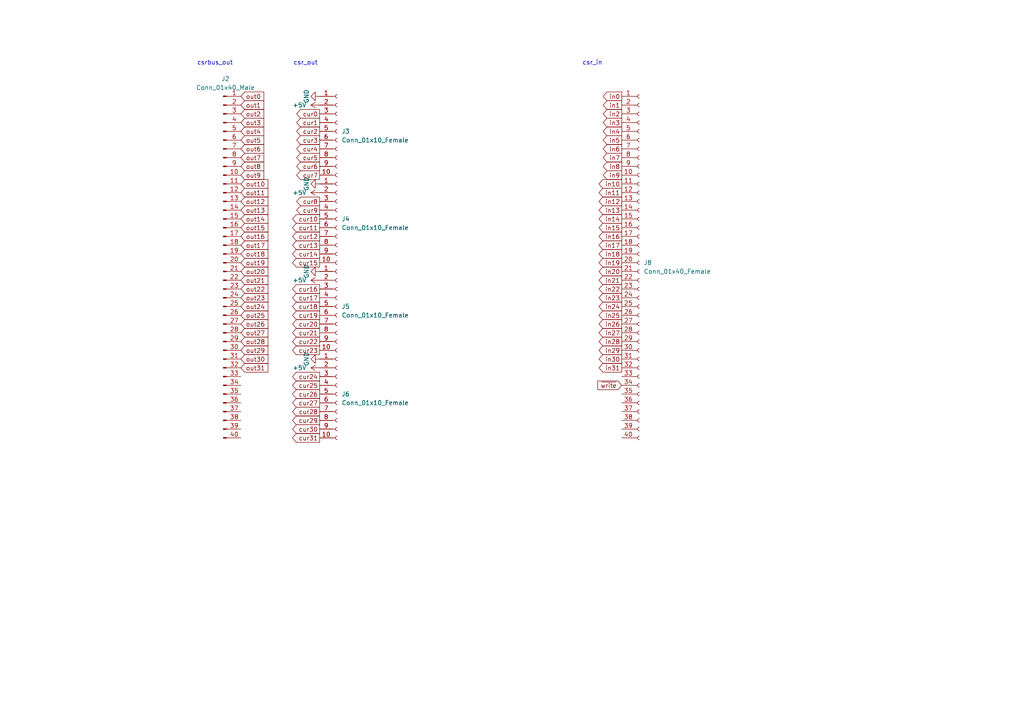
<source format=kicad_sch>
(kicad_sch (version 20211123) (generator eeschema)
  (paper "A4")
  (junction (at -101.6 207.01))
  (junction (at -85.09 -76.2))
  (junction (at -144.78 153.67))
  (junction (at -35.56 -49.53))
  (junction (at -144.78 100.33))
  (junction (at -87.63 -114.3))
  (junction (at -35.56 -46.99))
  (junction (at -87.63 -71.12))
  (junction (at -144.78 46.99))
  (junction (at -35.56 -44.45))
  (junction (at -69.85 207.01))
  (junction (at -69.85 46.99))
  (junction (at -35.56 -16.51))
  (junction (at -35.56 -26.67))
  (junction (at -186.69 100.33))
  (junction (at -35.56 -29.21))
  (junction (at -35.56 -24.13))
  (junction (at -85.09 -97.79))
  (junction (at -144.78 207.01))
  (junction (at -22.86 -8.89))
  (junction (at -101.6 100.33))
  (junction (at -85.09 -119.38))
  (junction (at -83.82 -78.74))
  (junction (at -86.36 -73.66))
  (junction (at -69.85 153.67))
  (junction (at -101.6 46.99))
  (junction (at -87.63 -92.71))
  (junction (at -83.82 -121.92))
  (junction (at -186.69 153.67))
  (junction (at -86.36 -95.25))
  (junction (at -186.69 207.01))
  (junction (at -186.69 46.99))
  (junction (at -86.36 -116.84))
  (junction (at -69.85 100.33))
  (junction (at -101.6 153.67))
  (junction (at -83.82 -100.33))
  (junction (at -35.56 -21.59))
  (wire (pts (xy -85.09 -97.79) (xy -90.17 -97.79)))
  (wire (pts (xy -72.39 -116.84) (xy -72.39 -109.22)))
  (wire (pts (xy -88.9 181.61) (xy -82.55 181.61)))
  (wire (pts (xy -144.78 207.01) (xy -166.37 207.01)))
  (wire (pts (xy -88.9 186.69) (xy -82.55 186.69)))
  (wire (pts (xy -88.9 128.27) (xy -82.55 128.27)))
  (wire (pts (xy -69.85 100.33) (xy -82.55 100.33)))
  (wire (pts (xy -74.93 -111.76) (xy -83.82 -111.76)))
  (wire (pts (xy -72.39 -87.63) (xy -86.36 -87.63)))
  (wire (pts (xy -88.9 125.73) (xy -82.55 125.73)))
  (wire (pts (xy -208.28 153.67) (xy -208.28 143.51)))
  (wire (pts (xy -87.63 -64.77) (xy -87.63 -71.12)))
  (wire (pts (xy -144.78 100.33) (xy -166.37 100.33)))
  (wire (pts (xy -114.3 153.67) (xy -114.3 146.05)))
  (wire (pts (xy -68.58 -83.82) (xy -73.66 -83.82)))
  (wire (pts (xy -64.77 -88.9) (xy -67.31 -88.9)))
  (wire (pts (xy -71.12 -81.28) (xy -71.12 -64.77)))
  (wire (pts (xy -71.12 -107.95) (xy -87.63 -107.95)))
  (wire (pts (xy -166.37 143.51) (xy -157.48 143.51)))
  (wire (pts (xy -87.63 -114.3) (xy -90.17 -114.3)))
  (wire (pts (xy -87.63 -92.71) (xy -87.63 -86.36)))
  (wire (pts (xy -66.04 -119.38) (xy -73.66 -119.38)))
  (wire (pts (xy -82.55 -78.74) (xy -83.82 -78.74)))
  (wire (pts (xy -88.9 21.59) (xy -82.55 21.59)))
  (wire (pts (xy -166.37 46.99) (xy -166.37 36.83)))
  (wire (pts (xy -83.82 -121.92) (xy -90.17 -121.92)))
  (wire (pts (xy -66.04 -102.87) (xy -71.12 -102.87)))
  (wire (pts (xy -186.69 207.01) (xy -208.28 207.01)))
  (wire (pts (xy -74.93 -68.58) (xy -83.82 -68.58)))
  (wire (pts (xy -88.9 19.05) (xy -82.55 19.05)))
  (wire (pts (xy -85.09 -97.79) (xy -85.09 -88.9)))
  (wire (pts (xy -82.55 -100.33) (xy -83.82 -100.33)))
  (wire (pts (xy -82.55 153.67) (xy -82.55 146.05)))
  (wire (pts (xy -69.85 -111.76) (xy -69.85 -106.68)))
  (wire (pts (xy -88.9 173.99) (xy -82.55 173.99)))
  (wire (pts (xy -35.56 -16.51) (xy -35.56 -8.89)))
  (wire (pts (xy -74.93 -106.68) (xy -74.93 -90.17)))
  (wire (pts (xy -73.66 -83.82) (xy -73.66 -67.31)))
  (wire (pts (xy -73.66 -119.38) (xy -73.66 -110.49)))
  (wire (pts (xy -88.9 85.09) (xy -82.55 85.09)))
  (wire (pts (xy -64.77 -93.98) (xy -69.85 -93.98)))
  (wire (pts (xy -82.55 -95.25) (xy -86.36 -95.25)))
  (wire (pts (xy -88.9 179.07) (xy -82.55 179.07)))
  (wire (pts (xy -66.04 -81.28) (xy -71.12 -81.28)))
  (wire (pts (xy -35.56 -46.99) (xy -35.56 -44.45)))
  (wire (pts (xy -35.56 -24.13) (xy -35.56 -21.59)))
  (wire (pts (xy -83.82 -90.17) (xy -83.82 -100.33)))
  (wire (pts (xy -74.93 -90.17) (xy -83.82 -90.17)))
  (wire (pts (xy -101.6 46.99) (xy -114.3 46.99)))
  (wire (pts (xy -208.28 196.85) (xy -199.39 196.85)))
  (wire (pts (xy -114.3 100.33) (xy -114.3 92.71)))
  (wire (pts (xy -101.6 207.01) (xy -114.3 207.01)))
  (wire (pts (xy -85.09 -119.38) (xy -90.17 -119.38)))
  (wire (pts (xy -66.04 -109.22) (xy -68.58 -109.22)))
  (wire (pts (xy -208.28 207.01) (xy -208.28 196.85)))
  (wire (pts (xy -88.9 74.93) (xy -82.55 74.93)))
  (wire (pts (xy -68.58 -91.44) (xy -68.58 -83.82)))
  (wire (pts (xy -72.39 -66.04) (xy -86.36 -66.04)))
  (wire (pts (xy -88.9 189.23) (xy -82.55 189.23)))
  (wire (pts (xy -114.3 207.01) (xy -114.3 199.39)))
  (wire (pts (xy -35.56 -21.59) (xy -35.56 -16.51)))
  (wire (pts (xy -166.37 196.85) (xy -157.48 196.85)))
  (wire (pts (xy -88.9 72.39) (xy -82.55 72.39)))
  (wire (pts (xy -72.39 -104.14) (xy -72.39 -87.63)))
  (wire (pts (xy -66.04 -116.84) (xy -72.39 -116.84)))
  (wire (pts (xy -88.9 138.43) (xy -82.55 138.43)))
  (wire (pts (xy -66.04 -86.36) (xy -64.77 -86.36)))
  (wire (pts (xy -73.66 -88.9) (xy -85.09 -88.9)))
  (wire (pts (xy -82.55 -76.2) (xy -85.09 -76.2)))
  (wire (pts (xy -86.36 -116.84) (xy -86.36 -109.22)))
  (wire (pts (xy -208.28 46.99) (xy -208.28 36.83)))
  (wire (pts (xy -85.09 -76.2) (xy -90.17 -76.2)))
  (wire (pts (xy -71.12 -64.77) (xy -87.63 -64.77)))
  (wire (pts (xy -82.55 -116.84) (xy -86.36 -116.84)))
  (wire (pts (xy -66.04 -106.68) (xy -67.31 -106.68)))
  (wire (pts (xy -88.9 13.97) (xy -82.55 13.97)))
  (wire (pts (xy -86.36 -66.04) (xy -86.36 -73.66)))
  (wire (pts (xy -66.04 -121.92) (xy -74.93 -121.92)))
  (wire (pts (xy -71.12 -86.36) (xy -87.63 -86.36)))
  (wire (pts (xy -88.9 69.85) (xy -82.55 69.85)))
  (wire (pts (xy -166.37 207.01) (xy -166.37 196.85)))
  (wire (pts (xy -87.63 -71.12) (xy -90.17 -71.12)))
  (wire (pts (xy -85.09 -119.38) (xy -85.09 -110.49)))
  (wire (pts (xy -82.55 -73.66) (xy -86.36 -73.66)))
  (wire (pts (xy -72.39 -82.55) (xy -72.39 -66.04)))
  (wire (pts (xy -144.78 46.99) (xy -166.37 46.99)))
  (wire (pts (xy -35.56 -29.21) (xy -43.18 -29.21)))
  (wire (pts (xy -66.04 -111.76) (xy -69.85 -111.76)))
  (wire (pts (xy -71.12 -114.3) (xy -71.12 -107.95)))
  (wire (pts (xy -88.9 135.89) (xy -82.55 135.89)))
  (wire (pts (xy -83.82 -100.33) (xy -90.17 -100.33)))
  (wire (pts (xy -88.9 82.55) (xy -82.55 82.55)))
  (wire (pts (xy -83.82 -68.58) (xy -83.82 -78.74)))
  (wire (pts (xy -67.31 -88.9) (xy -67.31 -82.55)))
  (wire (pts (xy -82.55 207.01) (xy -82.55 199.39)))
  (wire (pts (xy -88.9 31.75) (xy -82.55 31.75)))
  (wire (pts (xy -74.93 -121.92) (xy -74.93 -111.76)))
  (wire (pts (xy -83.82 -111.76) (xy -83.82 -121.92)))
  (wire (pts (xy -88.9 133.35) (xy -82.55 133.35)))
  (wire (pts (xy -88.9 24.13) (xy -82.55 24.13)))
  (wire (pts (xy -101.6 100.33) (xy -114.3 100.33)))
  (wire (pts (xy -208.28 90.17) (xy -199.39 90.17)))
  (wire (pts (xy -68.58 -109.22) (xy -68.58 -105.41)))
  (wire (pts (xy -88.9 123.19) (xy -82.55 123.19)))
  (wire (pts (xy -82.55 46.99) (xy -82.55 39.37)))
  (wire (pts (xy -88.9 80.01) (xy -82.55 80.01)))
  (wire (pts (xy -66.04 -86.36) (xy -66.04 -81.28)))
  (wire (pts (xy -186.69 100.33) (xy -208.28 100.33)))
  (wire (pts (xy -144.78 153.67) (xy -166.37 153.67)))
  (wire (pts (xy -35.56 -52.07) (xy -35.56 -49.53)))
  (wire (pts (xy -86.36 -116.84) (xy -90.17 -116.84)))
  (wire (pts (xy -69.85 207.01) (xy -82.55 207.01)))
  (wire (pts (xy -35.56 -29.21) (xy -35.56 -26.67)))
  (wire (pts (xy -86.36 -73.66) (xy -90.17 -73.66)))
  (wire (pts (xy -69.85 153.67) (xy -82.55 153.67)))
  (wire (pts (xy -72.39 -109.22) (xy -86.36 -109.22)))
  (wire (pts (xy -68.58 -105.41) (xy -73.66 -105.41)))
  (wire (pts (xy -82.55 -121.92) (xy -83.82 -121.92)))
  (wire (pts (xy -67.31 -104.14) (xy -72.39 -104.14)))
  (wire (pts (xy -35.56 -72.39) (xy -10.16 -72.39)))
  (wire (pts (xy -67.31 -106.68) (xy -67.31 -104.14)))
  (wire (pts (xy -69.85 -106.68) (xy -74.93 -106.68)))
  (wire (pts (xy -67.31 -82.55) (xy -72.39 -82.55)))
  (wire (pts (xy -88.9 77.47) (xy -82.55 77.47)))
  (wire (pts (xy -66.04 -104.14) (xy -66.04 -102.87)))
  (wire (pts (xy -88.9 26.67) (xy -82.55 26.67)))
  (wire (pts (xy -74.93 -85.09) (xy -74.93 -68.58)))
  (wire (pts (xy -86.36 -95.25) (xy -90.17 -95.25)))
  (wire (pts (xy -88.9 191.77) (xy -82.55 191.77)))
  (wire (pts (xy -114.3 46.99) (xy -114.3 39.37)))
  (wire (pts (xy -43.18 -29.21) (xy -43.18 -44.45)))
  (wire (pts (xy -208.28 36.83) (xy -199.39 36.83)))
  (wire (pts (xy -186.69 153.67) (xy -208.28 153.67)))
  (wire (pts (xy -10.16 -72.39) (xy -10.16 -62.23)))
  (wire (pts (xy -69.85 46.99) (xy -82.55 46.99)))
  (wire (pts (xy -88.9 184.15) (xy -82.55 184.15)))
  (wire (pts (xy -43.18 -44.45) (xy -35.56 -44.45)))
  (wire (pts (xy -83.82 -78.74) (xy -90.17 -78.74)))
  (wire (pts (xy -66.04 -114.3) (xy -71.12 -114.3)))
  (wire (pts (xy -86.36 -87.63) (xy -86.36 -95.25)))
  (wire (pts (xy -82.55 100.33) (xy -82.55 92.71)))
  (wire (pts (xy -166.37 90.17) (xy -157.48 90.17)))
  (wire (pts (xy -88.9 29.21) (xy -82.55 29.21)))
  (wire (pts (xy -82.55 -71.12) (xy -87.63 -71.12)))
  (wire (pts (xy -87.63 -107.95) (xy -87.63 -114.3)))
  (wire (pts (xy -82.55 -92.71) (xy -87.63 -92.71)))
  (wire (pts (xy -88.9 120.65) (xy -82.55 120.65)))
  (wire (pts (xy -35.56 -26.67) (xy -35.56 -24.13)))
  (wire (pts (xy -73.66 -110.49) (xy -85.09 -110.49)))
  (wire (pts (xy -85.09 -67.31) (xy -85.09 -76.2)))
  (wire (pts (xy -82.55 -114.3) (xy -87.63 -114.3)))
  (wire (pts (xy -35.56 -8.89) (xy -22.86 -8.89)))
  (wire (pts (xy -208.28 143.51) (xy -199.39 143.51)))
  (wire (pts (xy -82.55 -119.38) (xy -85.09 -119.38)))
  (wire (pts (xy -35.56 -83.82) (xy -35.56 -72.39)))
  (wire (pts (xy -88.9 176.53) (xy -82.55 176.53)))
  (wire (pts (xy -69.85 -93.98) (xy -69.85 -85.09)))
  (wire (pts (xy -88.9 130.81) (xy -82.55 130.81)))
  (wire (pts (xy -166.37 36.83) (xy -157.48 36.83)))
  (wire (pts (xy -87.63 -92.71) (xy -90.17 -92.71)))
  (wire (pts (xy -71.12 -102.87) (xy -71.12 -86.36)))
  (wire (pts (xy -69.85 -85.09) (xy -74.93 -85.09)))
  (wire (pts (xy -73.66 -105.41) (xy -73.66 -88.9)))
  (wire (pts (xy -166.37 100.33) (xy -166.37 90.17)))
  (wire (pts (xy -186.69 46.99) (xy -208.28 46.99)))
  (wire (pts (xy -166.37 153.67) (xy -166.37 143.51)))
  (wire (pts (xy -64.77 -91.44) (xy -68.58 -91.44)))
  (wire (pts (xy -35.56 -49.53) (xy -35.56 -46.99)))
  (wire (pts (xy -208.28 100.33) (xy -208.28 90.17)))
  (wire (pts (xy -101.6 153.67) (xy -114.3 153.67)))
  (wire (pts (xy -88.9 67.31) (xy -82.55 67.31)))
  (wire (pts (xy -88.9 16.51) (xy -82.55 16.51)))
  (wire (pts (xy -82.55 -97.79) (xy -85.09 -97.79)))
  (wire (pts (xy -73.66 -67.31) (xy -85.09 -67.31)))
  (text "csr_out" (at 85.09 19.05 0) (effects (font (size 1.27 1.27)) (justify left bottom)))
  (text "csr_in" (at 168.91 19.05 0) (effects (font (size 1.27 1.27)) (justify left bottom)))
  (text "csrbus_in" (at 2.54 -134.62 0) (effects (font (size 1.27 1.27)) (justify left bottom)))
  (text "csrbus_out" (at 57.15 19.05 0) (effects (font (size 1.27 1.27)) (justify left bottom)))
  (text "csrbus_pass\n" (at 33.02 -134.62 0) (effects (font (size 1.27 1.27)) (justify left bottom)))
  (global_label "next24" (shape output) (at -173.99 173.99 0) (property "Intersheet References" "${INTERSHEET_REFS}" (effects hide)))
  (global_label "write" (shape input) (at -157.48 146.05 180) (property "Intersheet References" "${INTERSHEET_REFS}" (effects hide)))
  (global_label "cin19" (shape output) (at 15.24 -77.47 0) (property "Intersheet References" "${INTERSHEET_REFS}" (effects hide)))
  (global_label "cin31" (shape input) (at 33.02 -46.99 180) (property "Intersheet References" "${INTERSHEET_REFS}" (effects hide)))
  (global_label "in2" (shape output) (at 180.34 33.02 180) (property "Intersheet References" "${INTERSHEET_REFS}" (effects hide)))
  (global_label "cin9" (shape input) (at 33.02 -102.87 180) (property "Intersheet References" "${INTERSHEET_REFS}" (effects hide)))
  (global_label "~{write}" (shape input) (at 180.34 111.76 180) (property "Intersheet References" "${INTERSHEET_REFS}" (effects hide)))
  (global_label "out20" (shape input) (at 69.85 78.74 0) (property "Intersheet References" "${INTERSHEET_REFS}" (effects hide)))
  (global_label "in3" (shape output) (at 180.34 35.56 180) (property "Intersheet References" "${INTERSHEET_REFS}" (effects hide)))
  (global_label "next28" (shape output) (at -173.99 184.15 0) (property "Intersheet References" "${INTERSHEET_REFS}" (effects hide)))
  (global_label "next11" (shape output) (at -173.99 74.93 0) (property "Intersheet References" "${INTERSHEET_REFS}" (effects hide)))
  (global_label "cur14" (shape output) (at -57.15 82.55 0) (property "Intersheet References" "${INTERSHEET_REFS}" (effects hide)))
  (global_label "in18" (shape output) (at 180.34 73.66 180) (property "Intersheet References" "${INTERSHEET_REFS}" (effects hide)))
  (global_label "cin11" (shape output) (at 15.24 -97.79 0) (property "Intersheet References" "${INTERSHEET_REFS}" (effects hide)))
  (global_label "ca11" (shape input) (at -35.56 -54.61 180) (property "Intersheet References" "${INTERSHEET_REFS}" (effects hide)))
  (global_label "out9" (shape output) (at -12.7 69.85 0) (property "Intersheet References" "${INTERSHEET_REFS}" (effects hide)))
  (global_label "cin25" (shape input) (at 33.02 -62.23 180) (property "Intersheet References" "${INTERSHEET_REFS}" (effects hide)))
  (global_label "next30" (shape output) (at -132.08 189.23 0) (property "Intersheet References" "${INTERSHEET_REFS}" (effects hide)))
  (global_label "cur21" (shape input) (at -38.1 133.35 180) (property "Intersheet References" "${INTERSHEET_REFS}" (effects hide)))
  (global_label "out5" (shape input) (at 69.85 40.64 0) (property "Intersheet References" "${INTERSHEET_REFS}" (effects hide)))
  (global_label "cur12" (shape input) (at -38.1 77.47 180) (property "Intersheet References" "${INTERSHEET_REFS}" (effects hide)))
  (global_label "next0" (shape output) (at -173.99 13.97 0) (property "Intersheet References" "${INTERSHEET_REFS}" (effects hide)))
  (global_label "out21" (shape input) (at 69.85 81.28 0) (property "Intersheet References" "${INTERSHEET_REFS}" (effects hide)))
  (global_label "in15" (shape input) (at -199.39 85.09 180) (property "Intersheet References" "${INTERSHEET_REFS}" (effects hide)))
  (global_label "next19" (shape output) (at -132.08 128.27 0) (property "Intersheet References" "${INTERSHEET_REFS}" (effects hide)))
  (global_label "out12" (shape input) (at 69.85 58.42 0) (property "Intersheet References" "${INTERSHEET_REFS}" (effects hide)))
  (global_label "next18" (shape output) (at -173.99 125.73 0) (property "Intersheet References" "${INTERSHEET_REFS}" (effects hide)))
  (global_label "next31" (shape output) (at -132.08 191.77 0) (property "Intersheet References" "${INTERSHEET_REFS}" (effects hide)))
  (global_label "cin1" (shape output) (at 15.24 -123.19 0) (property "Intersheet References" "${INTERSHEET_REFS}" (effects hide)))
  (global_label "next0" (shape input) (at -114.3 13.97 180) (property "Intersheet References" "${INTERSHEET_REFS}" (effects hide)))
  (global_label "cur25" (shape input) (at -38.1 176.53 180) (property "Intersheet References" "${INTERSHEET_REFS}" (effects hide)))
  (global_label "next4" (shape output) (at -173.99 24.13 0) (property "Intersheet References" "${INTERSHEET_REFS}" (effects hide)))
  (global_label "in30" (shape input) (at -199.39 189.23 180) (property "Intersheet References" "${INTERSHEET_REFS}" (effects hide)))
  (global_label "cur16" (shape output) (at 92.71 83.82 180) (property "Intersheet References" "${INTERSHEET_REFS}" (effects hide)))
  (global_label "cur28" (shape output) (at 92.71 119.38 180) (property "Intersheet References" "${INTERSHEET_REFS}" (effects hide)))
  (global_label "out26" (shape output) (at -12.7 179.07 0) (property "Intersheet References" "${INTERSHEET_REFS}" (effects hide)))
  (global_label "cur2" (shape output) (at -57.15 19.05 0) (property "Intersheet References" "${INTERSHEET_REFS}" (effects hide)))
  (global_label "cur22" (shape input) (at -38.1 135.89 180) (property "Intersheet References" "${INTERSHEET_REFS}" (effects hide)))
  (global_label "ca2" (shape output) (at -82.55 -116.84 0) (property "Intersheet References" "${INTERSHEET_REFS}" (effects hide)))
  (global_label "next8" (shape input) (at -114.3 67.31 180) (property "Intersheet References" "${INTERSHEET_REFS}" (effects hide)))
  (global_label "next28" (shape output) (at -132.08 184.15 0) (property "Intersheet References" "${INTERSHEET_REFS}" (effects hide)))
  (global_label "in2" (shape input) (at -199.39 19.05 180) (property "Intersheet References" "${INTERSHEET_REFS}" (effects hide)))
  (global_label "cur14" (shape input) (at -157.48 82.55 180) (property "Intersheet References" "${INTERSHEET_REFS}" (effects hide)))
  (global_label "~{enable}" (shape input) (at -38.1 196.85 180) (property "Intersheet References" "${INTERSHEET_REFS}" (effects hide)))
  (global_label "~{enable}" (shape output) (at -10.16 -129.54 0) (property "Intersheet References" "${INTERSHEET_REFS}" (effects hide)))
  (global_label "in4" (shape input) (at -199.39 24.13 180) (property "Intersheet References" "${INTERSHEET_REFS}" (effects hide)))
  (global_label "out12" (shape output) (at -12.7 77.47 0) (property "Intersheet References" "${INTERSHEET_REFS}" (effects hide)))
  (global_label "cur20" (shape output) (at 92.71 93.98 180) (property "Intersheet References" "${INTERSHEET_REFS}" (effects hide)))
  (global_label "next20" (shape output) (at -132.08 130.81 0) (property "Intersheet References" "${INTERSHEET_REFS}" (effects hide)))
  (global_label "out4" (shape input) (at 69.85 38.1 0) (property "Intersheet References" "${INTERSHEET_REFS}" (effects hide)))
  (global_label "out11" (shape output) (at -12.7 74.93 0) (property "Intersheet References" "${INTERSHEET_REFS}" (effects hide)))
  (global_label "next29" (shape input) (at -114.3 186.69 180) (property "Intersheet References" "${INTERSHEET_REFS}" (effects hide)))
  (global_label "next23" (shape output) (at -173.99 138.43 0) (property "Intersheet References" "${INTERSHEET_REFS}" (effects hide)))
  (global_label "next13" (shape output) (at -132.08 80.01 0) (property "Intersheet References" "${INTERSHEET_REFS}" (effects hide)))
  (global_label "ca10" (shape input) (at -35.56 -57.15 180) (property "Intersheet References" "${INTERSHEET_REFS}" (effects hide)))
  (global_label "out3" (shape output) (at -12.7 21.59 0) (property "Intersheet References" "${INTERSHEET_REFS}" (effects hide)))
  (global_label "out15" (shape input) (at 69.85 66.04 0) (property "Intersheet References" "${INTERSHEET_REFS}" (effects hide)))
  (global_label "next5" (shape output) (at -132.08 26.67 0) (property "Intersheet References" "${INTERSHEET_REFS}" (effects hide)))
  (global_label "cur3" (shape output) (at -57.15 21.59 0) (property "Intersheet References" "${INTERSHEET_REFS}" (effects hide)))
  (global_label "out30" (shape input) (at 69.85 104.14 0) (property "Intersheet References" "${INTERSHEET_REFS}" (effects hide)))
  (global_label "in7" (shape output) (at 180.34 45.72 180) (property "Intersheet References" "${INTERSHEET_REFS}" (effects hide)))
  (global_label "cur9" (shape input) (at -157.48 69.85 180) (property "Intersheet References" "${INTERSHEET_REFS}" (effects hide)))
  (global_label "cur21" (shape input) (at -157.48 133.35 180) (property "Intersheet References" "${INTERSHEET_REFS}" (effects hide)))
  (global_label "cin8" (shape input) (at 33.02 -105.41 180) (property "Intersheet References" "${INTERSHEET_REFS}" (effects hide)))
  (global_label "cur19" (shape output) (at -57.15 128.27 0) (property "Intersheet References" "${INTERSHEET_REFS}" (effects hide)))
  (global_label "cur12" (shape output) (at 92.71 68.58 180) (property "Intersheet References" "${INTERSHEET_REFS}" (effects hide)))
  (global_label "out14" (shape output) (at -12.7 82.55 0) (property "Intersheet References" "${INTERSHEET_REFS}" (effects hide)))
  (global_label "cin17" (shape output) (at 15.24 -82.55 0) (property "Intersheet References" "${INTERSHEET_REFS}" (effects hide)))
  (global_label "out9" (shape input) (at 69.85 50.8 0) (property "Intersheet References" "${INTERSHEET_REFS}" (effects hide)))
  (global_label "cin28" (shape output) (at 15.24 -54.61 0) (property "Intersheet References" "${INTERSHEET_REFS}" (effects hide)))
  (global_label "cur27" (shape output) (at 92.71 116.84 180) (property "Intersheet References" "${INTERSHEET_REFS}" (effects hide)))
  (global_label "cur22" (shape output) (at 92.71 99.06 180) (property "Intersheet References" "${INTERSHEET_REFS}" (effects hide)))
  (global_label "in21" (shape output) (at 180.34 81.28 180) (property "Intersheet References" "${INTERSHEET_REFS}" (effects hide)))
  (global_label "in16" (shape input) (at -199.39 120.65 180) (property "Intersheet References" "${INTERSHEET_REFS}" (effects hide)))
  (global_label "out23" (shape input) (at 69.85 86.36 0) (property "Intersheet References" "${INTERSHEET_REFS}" (effects hide)))
  (global_label "cin20" (shape input) (at 33.02 -74.93 180) (property "Intersheet References" "${INTERSHEET_REFS}" (effects hide)))
  (global_label "in24" (shape input) (at -199.39 173.99 180) (property "Intersheet References" "${INTERSHEET_REFS}" (effects hide)))
  (global_label "cur0" (shape input) (at -38.1 13.97 180) (property "Intersheet References" "${INTERSHEET_REFS}" (effects hide)))
  (global_label "out10" (shape input) (at 69.85 53.34 0) (property "Intersheet References" "${INTERSHEET_REFS}" (effects hide)))
  (global_label "cin7" (shape input) (at 33.02 -107.95 180) (property "Intersheet References" "${INTERSHEET_REFS}" (effects hide)))
  (global_label "in0" (shape output) (at 180.34 27.94 180) (property "Intersheet References" "${INTERSHEET_REFS}" (effects hide)))
  (global_label "next15" (shape input) (at -114.3 85.09 180) (property "Intersheet References" "${INTERSHEET_REFS}" (effects hide)))
  (global_label "next18" (shape input) (at -114.3 125.73 180) (property "Intersheet References" "${INTERSHEET_REFS}" (effects hide)))
  (global_label "in20" (shape input) (at -199.39 130.81 180) (property "Intersheet References" "${INTERSHEET_REFS}" (effects hide)))
  (global_label "cin25" (shape output) (at 15.24 -62.23 0) (property "Intersheet References" "${INTERSHEET_REFS}" (effects hide)))
  (global_label "next23" (shape output) (at -132.08 138.43 0) (property "Intersheet References" "${INTERSHEET_REFS}" (effects hide)))
  (global_label "in6" (shape input) (at -199.39 29.21 180) (property "Intersheet References" "${INTERSHEET_REFS}" (effects hide)))
  (global_label "in3" (shape input) (at -199.39 21.59 180) (property "Intersheet References" "${INTERSHEET_REFS}" (effects hide)))
  (global_label "next8" (shape output) (at -132.08 67.31 0) (property "Intersheet References" "${INTERSHEET_REFS}" (effects hide)))
  (global_label "cur20" (shape input) (at -38.1 130.81 180) (property "Intersheet References" "${INTERSHEET_REFS}" (effects hide)))
  (global_label "out1" (shape input) (at 69.85 30.48 0) (property "Intersheet References" "${INTERSHEET_REFS}" (effects hide)))
  (global_label "out2" (shape output) (at -12.7 19.05 0) (property "Intersheet References" "${INTERSHEET_REFS}" (effects hide)))
  (global_label "cur31" (shape output) (at -57.15 191.77 0) (property "Intersheet References" "${INTERSHEET_REFS}" (effects hide)))
  (global_label "cur1" (shape output) (at 92.71 35.56 180) (property "Intersheet References" "${INTERSHEET_REFS}" (effects hide)))
  (global_label "next13" (shape input) (at -114.3 80.01 180) (property "Intersheet References" "${INTERSHEET_REFS}" (effects hide)))
  (global_label "out18" (shape input) (at 69.85 73.66 0) (property "Intersheet References" "${INTERSHEET_REFS}" (effects hide)))
  (global_label "cur13" (shape output) (at 92.71 71.12 180) (property "Intersheet References" "${INTERSHEET_REFS}" (effects hide)))
  (global_label "cin26" (shape input) (at 33.02 -59.69 180) (property "Intersheet References" "${INTERSHEET_REFS}" (effects hide)))
  (global_label "a5" (shape input) (at -35.56 -93.98 180) (property "Intersheet References" "${INTERSHEET_REFS}" (effects hide)))
  (global_label "~{cwrite}" (shape output) (at 15.24 -41.91 0) (property "Intersheet References" "${INTERSHEET_REFS}" (effects hide)))
  (global_label "ca1" (shape input) (at -35.56 -127 180) (property "Intersheet References" "${INTERSHEET_REFS}" (effects hide)))
  (global_label "cin21" (shape output) (at 15.24 -72.39 0) (property "Intersheet References" "${INTERSHEET_REFS}" (effects hide)))
  (global_label "cin27" (shape output) (at 15.24 -57.15 0) (property "Intersheet References" "${INTERSHEET_REFS}" (effects hide)))
  (global_label "cin31" (shape output) (at 15.24 -46.99 0) (property "Intersheet References" "${INTERSHEET_REFS}" (effects hide)))
  (global_label "cur23" (shape output) (at -57.15 138.43 0) (property "Intersheet References" "${INTERSHEET_REFS}" (effects hide)))
  (global_label "a7" (shape input) (at -35.56 -88.9 180) (property "Intersheet References" "${INTERSHEET_REFS}" (effects hide)))
  (global_label "next16" (shape input) (at -114.3 120.65 180) (property "Intersheet References" "${INTERSHEET_REFS}" (effects hide)))
  (global_label "next6" (shape output) (at -173.99 29.21 0) (property "Intersheet References" "${INTERSHEET_REFS}" (effects hide)))
  (global_label "in17" (shape input) (at -199.39 123.19 180) (property "Intersheet References" "${INTERSHEET_REFS}" (effects hide)))
  (global_label "next24" (shape input) (at -114.3 173.99 180) (property "Intersheet References" "${INTERSHEET_REFS}" (effects hide)))
  (global_label "cin24" (shape input) (at 33.02 -64.77 180) (property "Intersheet References" "${INTERSHEET_REFS}" (effects hide)))
  (global_label "next6" (shape input) (at -114.3 29.21 180) (property "Intersheet References" "${INTERSHEET_REFS}" (effects hide)))
  (global_label "cin23" (shape output) (at 15.24 -67.31 0) (property "Intersheet References" "${INTERSHEET_REFS}" (effects hide)))
  (global_label "in13" (shape input) (at -199.39 80.01 180) (property "Intersheet References" "${INTERSHEET_REFS}" (effects hide)))
  (global_label "ca5" (shape input) (at -35.56 -116.84 180) (property "Intersheet References" "${INTERSHEET_REFS}" (effects hide)))
  (global_label "in31" (shape output) (at 180.34 106.68 180) (property "Intersheet References" "${INTERSHEET_REFS}" (effects hide)))
  (global_label "cin30" (shape input) (at 33.02 -49.53 180) (property "Intersheet References" "${INTERSHEET_REFS}" (effects hide)))
  (global_label "in28" (shape input) (at -199.39 184.15 180) (property "Intersheet References" "${INTERSHEET_REFS}" (effects hide)))
  (global_label "a9" (shape input) (at -35.56 -36.83 180) (property "Intersheet References" "${INTERSHEET_REFS}" (effects hide)))
  (global_label "next21" (shape output) (at -132.08 133.35 0) (property "Intersheet References" "${INTERSHEET_REFS}" (effects hide)))
  (global_label "out13" (shape input) (at 69.85 60.96 0) (property "Intersheet References" "${INTERSHEET_REFS}" (effects hide)))
  (global_label "cur13" (shape input) (at -157.48 80.01 180) (property "Intersheet References" "${INTERSHEET_REFS}" (effects hide)))
  (global_label "cur17" (shape input) (at -38.1 123.19 180) (property "Intersheet References" "${INTERSHEET_REFS}" (effects hide)))
  (global_label "ca8" (shape output) (at -82.55 -78.74 0) (property "Intersheet References" "${INTERSHEET_REFS}" (effects hide)))
  (global_label "clkD" (shape input) (at -82.55 196.85 180) (property "Intersheet References" "${INTERSHEET_REFS}" (effects hide)))
  (global_label "cur22" (shape output) (at -57.15 135.89 0) (property "Intersheet References" "${INTERSHEET_REFS}" (effects hide)))
  (global_label "cur1" (shape input) (at -38.1 16.51 180) (property "Intersheet References" "${INTERSHEET_REFS}" (effects hide)))
  (global_label "next14" (shape output) (at -132.08 82.55 0) (property "Intersheet References" "${INTERSHEET_REFS}" (effects hide)))
  (global_label "cin18" (shape output) (at 15.24 -80.01 0) (property "Intersheet References" "${INTERSHEET_REFS}" (effects hide)))
  (global_label "cur29" (shape output) (at -57.15 186.69 0) (property "Intersheet References" "${INTERSHEET_REFS}" (effects hide)))
  (global_label "next14" (shape input) (at -114.3 82.55 180) (property "Intersheet References" "${INTERSHEET_REFS}" (effects hide)))
  (global_label "ca3" (shape input) (at -35.56 -121.92 180) (property "Intersheet References" "${INTERSHEET_REFS}" (effects hide)))
  (global_label "next28" (shape input) (at -114.3 184.15 180) (property "Intersheet References" "${INTERSHEET_REFS}" (effects hide)))
  (global_label "ca11" (shape output) (at -82.55 -71.12 0) (property "Intersheet References" "${INTERSHEET_REFS}" (effects hide)))
  (global_label "in8" (shape input) (at -199.39 67.31 180) (property "Intersheet References" "${INTERSHEET_REFS}" (effects hide)))
  (global_label "next10" (shape output) (at -132.08 72.39 0) (property "Intersheet References" "${INTERSHEET_REFS}" (effects hide)))
  (global_label "cin9" (shape output) (at 15.24 -102.87 0) (property "Intersheet References" "${INTERSHEET_REFS}" (effects hide)))
  (global_label "cur27" (shape input) (at -38.1 181.61 180) (property "Intersheet References" "${INTERSHEET_REFS}" (effects hide)))
  (global_label "cur8" (shape input) (at -157.48 67.31 180) (property "Intersheet References" "${INTERSHEET_REFS}" (effects hide)))
  (global_label "ca6" (shape input) (at -35.56 -114.3 180) (property "Intersheet References" "${INTERSHEET_REFS}" (effects hide)))
  (global_label "cur6" (shape output) (at 92.71 48.26 180) (property "Intersheet References" "${INTERSHEET_REFS}" (effects hide)))
  (global_label "in11" (shape output) (at 180.34 55.88 180) (property "Intersheet References" "${INTERSHEET_REFS}" (effects hide)))
  (global_label "write" (shape input) (at -157.48 199.39 180) (property "Intersheet References" "${INTERSHEET_REFS}" (effects hide)))
  (global_label "out8" (shape input) (at 69.85 48.26 0) (property "Intersheet References" "${INTERSHEET_REFS}" (effects hide)))
  (global_label "out0" (shape output) (at -12.7 13.97 0) (property "Intersheet References" "${INTERSHEET_REFS}" (effects hide)))
  (global_label "cin4" (shape input) (at 33.02 -115.57 180) (property "Intersheet References" "${INTERSHEET_REFS}" (effects hide)))
  (global_label "out16" (shape output) (at -12.7 120.65 0) (property "Intersheet References" "${INTERSHEET_REFS}" (effects hide)))
  (global_label "ca1" (shape output) (at -82.55 -119.38 0) (property "Intersheet References" "${INTERSHEET_REFS}" (effects hide)))
  (global_label "cur5" (shape input) (at -157.48 26.67 180) (property "Intersheet References" "${INTERSHEET_REFS}" (effects hide)))
  (global_label "in6" (shape output) (at 180.34 43.18 180) (property "Intersheet References" "${INTERSHEET_REFS}" (effects hide)))
  (global_label "out28" (shape input) (at 69.85 99.06 0) (property "Intersheet References" "${INTERSHEET_REFS}" (effects hide)))
  (global_label "cur3" (shape input) (at -38.1 21.59 180) (property "Intersheet References" "${INTERSHEET_REFS}" (effects hide)))
  (global_label "clkL" (shape input) (at -114.3 90.17 180) (property "Intersheet References" "${INTERSHEET_REFS}" (effects hide)))
  (global_label "cur31" (shape input) (at -157.48 191.77 180) (property "Intersheet References" "${INTERSHEET_REFS}" (effects hide)))
  (global_label "next22" (shape output) (at -173.99 135.89 0) (property "Intersheet References" "${INTERSHEET_REFS}" (effects hide)))
  (global_label "cur7" (shape output) (at 92.71 50.8 180) (property "Intersheet References" "${INTERSHEET_REFS}" (effects hide)))
  (global_label "out6" (shape output) (at -12.7 29.21 0) (property "Intersheet References" "${INTERSHEET_REFS}" (effects hide)))
  (global_label "out28" (shape output) (at -12.7 184.15 0) (property "Intersheet References" "${INTERSHEET_REFS}" (effects hide)))
  (global_label "cur28" (shape input) (at -157.48 184.15 180) (property "Intersheet References" "${INTERSHEET_REFS}" (effects hide)))
  (global_label "cur9" (shape output) (at -57.15 69.85 0) (property "Intersheet References" "${INTERSHEET_REFS}" (effects hide)))
  (global_label "cur24" (shape input) (at -157.48 173.99 180) (property "Intersheet References" "${INTERSHEET_REFS}" (effects hide)))
  (global_label "ca10" (shape output) (at -82.55 -73.66 0) (property "Intersheet References" "${INTERSHEET_REFS}" (effects hide)))
  (global_label "cur7" (shape input) (at -38.1 31.75 180) (property "Intersheet References" "${INTERSHEET_REFS}" (effects hide)))
  (global_label "next17" (shape input) (at -114.3 123.19 180) (property "Intersheet References" "${INTERSHEET_REFS}" (effects hide)))
  (global_label "out25" (shape input) (at 69.85 91.44 0) (property "Intersheet References" "${INTERSHEET_REFS}" (effects hide)))
  (global_label "cur20" (shape output) (at -57.15 130.81 0) (property "Intersheet References" "${INTERSHEET_REFS}" (effects hide)))
  (global_label "cur1" (shape input) (at -157.48 16.51 180) (property "Intersheet References" "${INTERSHEET_REFS}" (effects hide)))
  (global_label "out24" (shape output) (at -12.7 173.99 0) (property "Intersheet References" "${INTERSHEET_REFS}" (effects hide)))
  (global_label "cur30" (shape input) (at -157.48 189.23 180) (property "Intersheet References" "${INTERSHEET_REFS}" (effects hide)))
  (global_label "in11" (shape input) (at -199.39 74.93 180) (property "Intersheet References" "${INTERSHEET_REFS}" (effects hide)))
  (global_label "in14" (shape input) (at -199.39 82.55 180) (property "Intersheet References" "${INTERSHEET_REFS}" (effects hide)))
  (global_label "cur6" (shape input) (at -157.48 29.21 180) (property "Intersheet References" "${INTERSHEET_REFS}" (effects hide)))
  (global_label "next7" (shape output) (at -132.08 31.75 0) (property "Intersheet References" "${INTERSHEET_REFS}" (effects hide)))
  (global_label "cin28" (shape input) (at 33.02 -54.61 180) (property "Intersheet References" "${INTERSHEET_REFS}" (effects hide)))
  (global_label "in19" (shape input) (at -199.39 128.27 180) (property "Intersheet References" "${INTERSHEET_REFS}" (effects hide)))
  (global_label "out4" (shape output) (at -12.7 24.13 0) (property "Intersheet References" "${INTERSHEET_REFS}" (effects hide)))
  (global_label "ca6" (shape output) (at -82.55 -95.25 0) (property "Intersheet References" "${INTERSHEET_REFS}" (effects hide)))
  (global_label "cur26" (shape input) (at -38.1 179.07 180) (property "Intersheet References" "${INTERSHEET_REFS}" (effects hide)))
  (global_label "cur11" (shape output) (at -57.15 74.93 0) (property "Intersheet References" "${INTERSHEET_REFS}" (effects hide)))
  (global_label "~{cwrite}" (shape input) (at 33.02 -41.91 180) (property "Intersheet References" "${INTERSHEET_REFS}" (effects hide)))
  (global_label "out11" (shape input) (at 69.85 55.88 0) (property "Intersheet References" "${INTERSHEET_REFS}" (effects hide)))
  (global_label "cur20" (shape input) (at -157.48 130.81 180) (property "Intersheet References" "${INTERSHEET_REFS}" (effects hide)))
  (global_label "cin14" (shape input) (at 33.02 -90.17 180) (property "Intersheet References" "${INTERSHEET_REFS}" (effects hide)))
  (global_label "cur15" (shape output) (at 92.71 76.2 180) (property "Intersheet References" "${INTERSHEET_REFS}" (effects hide)))
  (global_label "next17" (shape output) (at -132.08 123.19 0) (property "Intersheet References" "${INTERSHEET_REFS}" (effects hide)))
  (global_label "cin7" (shape output) (at 15.24 -107.95 0) (property "Intersheet References" "${INTERSHEET_REFS}" (effects hide)))
  (global_label "next13" (shape output) (at -173.99 80.01 0) (property "Intersheet References" "${INTERSHEET_REFS}" (effects hide)))
  (global_label "~{enable}" (shape input) (at -38.1 36.83 180) (property "Intersheet References" "${INTERSHEET_REFS}" (effects hide)))
  (global_label "next31" (shape output) (at -173.99 191.77 0) (property "Intersheet References" "${INTERSHEET_REFS}" (effects hide)))
  (global_label "write" (shape input) (at -157.48 39.37 180) (property "Intersheet References" "${INTERSHEET_REFS}" (effects hide)))
  (global_label "next26" (shape output) (at -132.08 179.07 0) (property "Intersheet References" "${INTERSHEET_REFS}" (effects hide)))
  (global_label "cur10" (shape output) (at 92.71 63.5 180) (property "Intersheet References" "${INTERSHEET_REFS}" (effects hide)))
  (global_label "in8" (shape output) (at 180.34 48.26 180) (property "Intersheet References" "${INTERSHEET_REFS}" (effects hide)))
  (global_label "cur23" (shape output) (at 92.71 101.6 180) (property "Intersheet References" "${INTERSHEET_REFS}" (effects hide)))
  (global_label "cur9" (shape output) (at 92.71 60.96 180) (property "Intersheet References" "${INTERSHEET_REFS}" (effects hide)))
  (global_label "cur30" (shape output) (at -57.15 189.23 0) (property "Intersheet References" "${INTERSHEET_REFS}" (effects hide)))
  (global_label "cur8" (shape input) (at -38.1 67.31 180) (property "Intersheet References" "${INTERSHEET_REFS}" (effects hide)))
  (global_label "in12" (shape input) (at -199.39 77.47 180) (property "Intersheet References" "${INTERSHEET_REFS}" (effects hide)))
  (global_label "cur5" (shape output) (at 92.71 45.72 180) (property "Intersheet References" "${INTERSHEET_REFS}" (effects hide)))
  (global_label "~{write}" (shape input) (at -199.39 39.37 180) (property "Intersheet References" "${INTERSHEET_REFS}" (effects hide)))
  (global_label "in1" (shape output) (at 180.34 30.48 180) (property "Intersheet References" "${INTERSHEET_REFS}" (effects hide)))
  (global_label "cur24" (shape input) (at -38.1 173.99 180) (property "Intersheet References" "${INTERSHEET_REFS}" (effects hide)))
  (global_label "next31" (shape input) (at -114.3 191.77 180) (property "Intersheet References" "${INTERSHEET_REFS}" (effects hide)))
  (global_label "in10" (shape output) (at 180.34 53.34 180) (property "Intersheet References" "${INTERSHEET_REFS}" (effects hide)))
  (global_label "cin29" (shape output) (at 15.24 -52.07 0) (property "Intersheet References" "${INTERSHEET_REFS}" (effects hide)))
  (global_label "next2" (shape output) (at -173.99 19.05 0) (property "Intersheet References" "${INTERSHEET_REFS}" (effects hide)))
  (global_label "out22" (shape input) (at 69.85 83.82 0) (property "Intersheet References" "${INTERSHEET_REFS}" (effects hide)))
  (global_label "~{read}" (shape input) (at -38.1 39.37 180) (property "Intersheet References" "${INTERSHEET_REFS}" (effects hide)))
  (global_label "cin6" (shape output) (at 15.24 -110.49 0) (property "Intersheet References" "${INTERSHEET_REFS}" (effects hide)))
  (global_label "in16" (shape output) (at 180.34 68.58 180) (property "Intersheet References" "${INTERSHEET_REFS}" (effects hide)))
  (global_label "next30" (shape input) (at -114.3 189.23 180) (property "Intersheet References" "${INTERSHEET_REFS}" (effects hide)))
  (global_label "out29" (shape output) (at -12.7 186.69 0) (property "Intersheet References" "${INTERSHEET_REFS}" (effects hide)))
  (global_label "in19" (shape output) (at 180.34 76.2 180) (property "Intersheet References" "${INTERSHEET_REFS}" (effects hide)))
  (global_label "in17" (shape output) (at 180.34 71.12 180) (property "Intersheet References" "${INTERSHEET_REFS}" (effects hide)))
  (global_label "next21" (shape output) (at -173.99 133.35 0) (property "Intersheet References" "${INTERSHEET_REFS}" (effects hide)))
  (global_label "cin23" (shape input) (at 33.02 -67.31 180) (property "Intersheet References" "${INTERSHEET_REFS}" (effects hide)))
  (global_label "cur18" (shape input) (at -38.1 125.73 180) (property "Intersheet References" "${INTERSHEET_REFS}" (effects hide)))
  (global_label "next5" (shape input) (at -114.3 26.67 180) (property "Intersheet References" "${INTERSHEET_REFS}" (effects hide)))
  (global_label "next18" (shape output) (at -132.08 125.73 0) (property "Intersheet References" "${INTERSHEET_REFS}" (effects hide)))
  (global_label "clkL" (shape input) (at -114.3 196.85 180) (property "Intersheet References" "${INTERSHEET_REFS}" (effects hide)))
  (global_label "in13" (shape output) (at 180.34 60.96 180) (property "Intersheet References" "${INTERSHEET_REFS}" (effects hide)))
  (global_label "ca2" (shape input) (at -35.56 -124.46 180) (property "Intersheet References" "${INTERSHEET_REFS}" (effects hide)))
  (global_label "in27" (shape output) (at 180.34 96.52 180) (property "Intersheet References" "${INTERSHEET_REFS}" (effects hide)))
  (global_label "out0" (shape input) (at 69.85 27.94 0) (property "Intersheet References" "${INTERSHEET_REFS}" (effects hide)))
  (global_label "cur16" (shape input) (at -38.1 120.65 180) (property "Intersheet References" "${INTERSHEET_REFS}" (effects hide)))
  (global_label "out18" (shape output) (at -12.7 125.73 0) (property "Intersheet References" "${INTERSHEET_REFS}" (effects hide)))
  (global_label "next27" (shape output) (at -173.99 181.61 0) (property "Intersheet References" "${INTERSHEET_REFS}" (effects hide)))
  (global_label "ca7" (shape input) (at -35.56 -111.76 180) (property "Intersheet References" "${INTERSHEET_REFS}" (effects hide)))
  (global_label "cur26" (shape input) (at -157.48 179.07 180) (property "Intersheet References" "${INTERSHEET_REFS}" (effects hide)))
  (global_label "next20" (shape output) (at -173.99 130.81 0) (property "Intersheet References" "${INTERSHEET_REFS}" (effects hide)))
  (global_label "out5" (shape output) (at -12.7 26.67 0) (property "Intersheet References" "${INTERSHEET_REFS}" (effects hide)))
  (global_label "next6" (shape output) (at -132.08 29.21 0) (property "Intersheet References" "${INTERSHEET_REFS}" (effects hide)))
  (global_label "next1" (shape input) (at -114.3 16.51 180) (property "Intersheet References" "${INTERSHEET_REFS}" (effects hide)))
  (global_label "clkD" (shape input) (at -82.55 90.17 180) (property "Intersheet References" "${INTERSHEET_REFS}" (effects hide)))
  (global_label "next10" (shape output) (at -173.99 72.39 0) (property "Intersheet References" "${INTERSHEET_REFS}" (effects hide)))
  (global_label "out13" (shape output) (at -12.7 80.01 0) (property "Intersheet References" "${INTERSHEET_REFS}" (effects hide)))
  (global_label "cur24" (shape output) (at -57.15 173.99 0) (property "Intersheet References" "${INTERSHEET_REFS}" (effects hide)))
  (global_label "cin5" (shape input) (at 33.02 -113.03 180) (property "Intersheet References" "${INTERSHEET_REFS}" (effects hide)))
  (global_label "cin26" (shape output) (at 15.24 -59.69 0) (property "Intersheet References" "${INTERSHEET_REFS}" (effects hide)))
  (global_label "out22" (shape output) (at -12.7 135.89 0) (property "Intersheet References" "${INTERSHEET_REFS}" (effects hide)))
  (global_label "in18" (shape input) (at -199.39 125.73 180) (property "Intersheet References" "${INTERSHEET_REFS}" (effects hide)))
  (global_label "in30" (shape output) (at 180.34 104.14 180) (property "Intersheet References" "${INTERSHEET_REFS}" (effects hide)))
  (global_label "cur4" (shape input) (at -157.48 24.13 180) (property "Intersheet References" "${INTERSHEET_REFS}" (effects hide)))
  (global_label "in9" (shape input) (at -199.39 69.85 180) (property "Intersheet References" "${INTERSHEET_REFS}" (effects hide)))
  (global_label "next20" (shape input) (at -114.3 130.81 180) (property "Intersheet References" "${INTERSHEET_REFS}" (effects hide)))
  (global_label "cur0" (shape input) (at -157.48 13.97 180) (property "Intersheet References" "${INTERSHEET_REFS}" (effects hide)))
  (global_label "next3" (shape output) (at -132.08 21.59 0) (property "Intersheet References" "${INTERSHEET_REFS}" (effects hide)))
  (global_label "in25" (shape output) (at 180.34 91.44 180) (property "Intersheet References" "${INTERSHEET_REFS}" (effects hide)))
  (global_label "cur5" (shape input) (at -38.1 26.67 180) (property "Intersheet References" "${INTERSHEET_REFS}" (effects hide)))
  (global_label "write" (shape input) (at -157.48 92.71 180) (property "Intersheet References" "${INTERSHEET_REFS}" (effects hide)))
  (global_label "cur11" (shape output) (at 92.71 66.04 180) (property "Intersheet References" "${INTERSHEET_REFS}" (effects hide)))
  (global_label "cin24" (shape output) (at 15.24 -64.77 0) (property "Intersheet References" "${INTERSHEET_REFS}" (effects hide)))
  (global_label "in9" (shape output) (at 180.34 50.8 180) (property "Intersheet References" "${INTERSHEET_REFS}" (effects hide)))
  (global_label "cur25" (shape output) (at 92.71 111.76 180) (property "Intersheet References" "${INTERSHEET_REFS}" (effects hide)))
  (global_label "a11" (shape input) (at -35.56 -31.75 180) (property "Intersheet References" "${INTERSHEET_REFS}" (effects hide)))
  (global_label "cin0" (shape output) (at 15.24 -125.73 0) (property "Intersheet References" "${INTERSHEET_REFS}" (effects hide)))
  (global_label "~{read}" (shape input) (at -38.1 146.05 180) (property "Intersheet References" "${INTERSHEET_REFS}" (effects hide)))
  (global_label "ca4" (shape input) (at -35.56 -119.38 180) (property "Intersheet References" "${INTERSHEET_REFS}" (effects hide)))
  (global_label "next9" (shape output) (at -132.08 69.85 0) (property "Intersheet References" "${INTERSHEET_REFS}" (effects hide)))
  (global_label "next27" (shape input) (at -114.3 181.61 180) (property "Intersheet References" "${INTERSHEET_REFS}" (effects hide)))
  (global_label "cin6" (shape input) (at 33.02 -110.49 180) (property "Intersheet References" "${INTERSHEET_REFS}" (effects hide)))
  (global_label "cur14" (shape output) (at 92.71 73.66 180) (property "Intersheet References" "${INTERSHEET_REFS}" (effects hide)))
  (global_label "clkD" (shape input) (at -82.55 36.83 180) (property "Intersheet References" "${INTERSHEET_REFS}" (effects hide)))
  (global_label "next19" (shape output) (at -173.99 128.27 0) (property "Intersheet References" "${INTERSHEET_REFS}" (effects hide)))
  (global_label "in24" (shape output) (at 180.34 88.9 180) (property "Intersheet References" "${INTERSHEET_REFS}" (effects hide)))
  (global_label "next10" (shape input) (at -114.3 72.39 180) (property "Intersheet References" "${INTERSHEET_REFS}" (effects hide)))
  (global_label "out17" (shape input) (at 69.85 71.12 0) (property "Intersheet References" "${INTERSHEET_REFS}" (effects hide)))
  (global_label "cin19" (shape input) (at 33.02 -77.47 180) (property "Intersheet References" "${INTERSHEET_REFS}" (effects hide)))
  (global_label "cin22" (shape input) (at 33.02 -69.85 180) (property "Intersheet References" "${INTERSHEET_REFS}" (effects hide)))
  (global_label "ca7" (shape output) (at -82.55 -92.71 0) (property "Intersheet References" "${INTERSHEET_REFS}" (effects hide)))
  (global_label "next4" (shape input) (at -114.3 24.13 180) (property "Intersheet References" "${INTERSHEET_REFS}" (effects hide)))
  (global_label "next25" (shape output) (at -173.99 176.53 0) (property "Intersheet References" "${INTERSHEET_REFS}" (effects hide)))
  (global_label "cin16" (shape input) (at 33.02 -85.09 180) (property "Intersheet References" "${INTERSHEET_REFS}" (effects hide)))
  (global_label "cin2" (shape output) (at 15.24 -120.65 0) (property "Intersheet References" "${INTERSHEET_REFS}" (effects hide)))
  (global_label "cin3" (shape input) (at 33.02 -118.11 180) (property "Intersheet References" "${INTERSHEET_REFS}" (effects hide)))
  (global_label "out29" (shape input) (at 69.85 101.6 0) (property "Intersheet References" "${INTERSHEET_REFS}" (effects hide)))
  (global_label "next25" (shape input) (at -114.3 176.53 180) (property "Intersheet References" "${INTERSHEET_REFS}" (effects hide)))
  (global_label "next7" (shape output) (at -173.99 31.75 0) (property "Intersheet References" "${INTERSHEET_REFS}" (effects hide)))
  (global_label "next26" (shape input) (at -114.3 179.07 180) (property "Intersheet References" "${INTERSHEET_REFS}" (effects hide)))
  (global_label "next5" (shape output) (at -173.99 26.67 0) (property "Intersheet References" "${INTERSHEET_REFS}" (effects hide)))
  (global_label "cur4" (shape output) (at 92.71 43.18 180) (property "Intersheet References" "${INTERSHEET_REFS}" (effects hide)))
  (global_label "in22" (shape input) (at -199.39 135.89 180) (property "Intersheet References" "${INTERSHEET_REFS}" (effects hide)))
  (global_label "cur19" (shape output) (at 92.71 91.44 180) (property "Intersheet References" "${INTERSHEET_REFS}" (effects hide)))
  (global_label "out10" (shape output) (at -12.7 72.39 0) (property "Intersheet References" "${INTERSHEET_REFS}" (effects hide)))
  (global_label "cur10" (shape output) (at -57.15 72.39 0) (property "Intersheet References" "${INTERSHEET_REFS}" (effects hide)))
  (global_label "next17" (shape output) (at -173.99 123.19 0) (property "Intersheet References" "${INTERSHEET_REFS}" (effects hide)))
  (global_label "~{write}" (shape input) (at -199.39 199.39 180) (property "Intersheet References" "${INTERSHEET_REFS}" (effects hide)))
  (global_label "next26" (shape output) (at -173.99 179.07 0) (property "Intersheet References" "${INTERSHEET_REFS}" (effects hide)))
  (global_label "cur30" (shape input) (at -38.1 189.23 180) (property "Intersheet References" "${INTERSHEET_REFS}" (effects hide)))
  (global_label "cin18" (shape input) (at 33.02 -80.01 180) (property "Intersheet References" "${INTERSHEET_REFS}" (effects hide)))
  (global_label "cur24" (shape output) (at 92.71 109.22 180) (property "Intersheet References" "${INTERSHEET_REFS}" (effects hide)))
  (global_label "next23" (shape input) (at -114.3 138.43 180) (property "Intersheet References" "${INTERSHEET_REFS}" (effects hide)))
  (global_label "cur6" (shape input) (at -38.1 29.21 180) (property "Intersheet References" "${INTERSHEET_REFS}" (effects hide)))
  (global_label "cur7" (shape input) (at -157.48 31.75 180) (property "Intersheet References" "${INTERSHEET_REFS}" (effects hide)))
  (global_label "ca9" (shape input) (at -35.56 -59.69 180) (property "Intersheet References" "${INTERSHEET_REFS}" (effects hide)))
  (global_label "next11" (shape output) (at -132.08 74.93 0) (property "Intersheet References" "${INTERSHEET_REFS}" (effects hide)))
  (global_label "~{write}" (shape input) (at -199.39 146.05 180) (property "Intersheet References" "${INTERSHEET_REFS}" (effects hide)))
  (global_label "cin11" (shape input) (at 33.02 -97.79 180) (property "Intersheet References" "${INTERSHEET_REFS}" (effects hide)))
  (global_label "in23" (shape output) (at 180.34 86.36 180) (property "Intersheet References" "${INTERSHEET_REFS}" (effects hide)))
  (global_label "cur27" (shape output) (at -57.15 181.61 0) (property "Intersheet References" "${INTERSHEET_REFS}" (effects hide)))
  (global_label "clkL" (shape input) (at -114.3 36.83 180) (property "Intersheet References" "${INTERSHEET_REFS}" (effects hide)))
  (global_label "cur11" (shape input) (at -157.48 74.93 180) (property "Intersheet References" "${INTERSHEET_REFS}" (effects hide)))
  (global_label "cur10" (shape input) (at -157.48 72.39 180) (property "Intersheet References" "${INTERSHEET_REFS}" (effects hide)))
  (global_label "cur18" (shape input) (at -157.48 125.73 180) (property "Intersheet References" "${INTERSHEET_REFS}" (effects hide)))
  (global_label "cin12" (shape output) (at 15.24 -95.25 0) (property "Intersheet References" "${INTERSHEET_REFS}" (effects hide)))
  (global_label "cur0" (shape output) (at 92.71 33.02 180) (property "Intersheet References" "${INTERSHEET_REFS}" (effects hide)))
  (global_label "next21" (shape input) (at -114.3 133.35 180) (property "Intersheet References" "${INTERSHEET_REFS}" (effects hide)))
  (global_label "cur26" (shape output) (at -57.15 179.07 0) (property "Intersheet References" "${INTERSHEET_REFS}" (effects hide)))
  (global_label "cin17" (shape input) (at 33.02 -82.55 180) (property "Intersheet References" "${INTERSHEET_REFS}" (effects hide)))
  (global_label "next15" (shape output) (at -132.08 85.09 0) (property "Intersheet References" "${INTERSHEET_REFS}" (effects hide)))
  (global_label "next25" (shape output) (at -132.08 176.53 0) (property "Intersheet References" "${INTERSHEET_REFS}" (effects hide)))
  (global_label "next24" (shape output) (at -132.08 173.99 0) (property "Intersheet References" "${INTERSHEET_REFS}" (effects hide)))
  (global_label "out3" (shape input) (at 69.85 35.56 0) (property "Intersheet References" "${INTERSHEET_REFS}" (effects hide)))
  (global_label "in12" (shape output) (at 180.34 58.42 180) (property "Intersheet References" "${INTERSHEET_REFS}" (effects hide)))
  (global_label "cur8" (shape output) (at -57.15 67.31 0) (property "Intersheet References" "${INTERSHEET_REFS}" (effects hide)))
  (global_label "in20" (shape output) (at 180.34 78.74 180) (property "Intersheet References" "${INTERSHEET_REFS}" (effects hide)))
  (global_label "out24" (shape input) (at 69.85 88.9 0) (property "Intersheet References" "${INTERSHEET_REFS}" (effects hide)))
  (global_label "cur7" (shape output) (at -57.15 31.75 0) (property "Intersheet References" "${INTERSHEET_REFS}" (effects hide)))
  (global_label "cin16" (shape output) (at 15.24 -85.09 0) (property "Intersheet References" "${INTERSHEET_REFS}" (effects hide)))
  (global_label "out19" (shape input) (at 69.85 76.2 0) (property "Intersheet References" "${INTERSHEET_REFS}" (effects hide)))
  (global_label "out23" (shape output) (at -12.7 138.43 0) (property "Intersheet References" "${INTERSHEET_REFS}" (effects hide)))
  (global_label "cin14" (shape output) (at 15.24 -90.17 0) (property "Intersheet References" "${INTERSHEET_REFS}" (effects hide)))
  (global_label "ca9" (shape output) (at -82.55 -76.2 0) (property "Intersheet References" "${INTERSHEET_REFS}" (effects hide)))
  (global_label "cur26" (shape output) (at 92.71 114.3 180) (property "Intersheet References" "${INTERSHEET_REFS}" (effects hide)))
  (global_label "in22" (shape output) (at 180.34 83.82 180) (property "Intersheet References" "${INTERSHEET_REFS}" (effects hide)))
  (global_label "cin27" (shape input) (at 33.02 -57.15 180) (property "Intersheet References" "${INTERSHEET_REFS}" (effects hide)))
  (global_label "cur22" (shape input) (at -157.48 135.89 180) (property "Intersheet References" "${INTERSHEET_REFS}" (effects hide)))
  (global_label "cur0" (shape output) (at -57.15 13.97 0) (property "Intersheet References" "${INTERSHEET_REFS}" (effects hide)))
  (global_label "cur18" (shape output) (at 92.71 88.9 180) (property "Intersheet References" "${INTERSHEET_REFS}" (effects hide)))
  (global_label "cur15" (shape output) (at -57.15 85.09 0) (property "Intersheet References" "${INTERSHEET_REFS}" (effects hide)))
  (global_label "next27" (shape output) (at -132.08 181.61 0) (property "Intersheet References" "${INTERSHEET_REFS}" (effects hide)))
  (global_label "cur11" (shape input) (at -38.1 74.93 180) (property "Intersheet References" "${INTERSHEET_REFS}" (effects hide)))
  (global_label "in1" (shape input) (at -199.39 16.51 180) (property "Intersheet References" "${INTERSHEET_REFS}" (effects hide)))
  (global_label "out27" (shape output) (at -12.7 181.61 0) (property "Intersheet References" "${INTERSHEET_REFS}" (effects hide)))
  (global_label "next12" (shape input) (at -114.3 77.47 180) (property "Intersheet References" "${INTERSHEET_REFS}" (effects hide)))
  (global_label "cin0" (shape input) (at 33.02 -125.73 180) (property "Intersheet References" "${INTERSHEET_REFS}" (effects hide)))
  (global_label "cur28" (shape output) (at -57.15 184.15 0) (property "Intersheet References" "${INTERSHEET_REFS}" (effects hide)))
  (global_label "next7" (shape input) (at -114.3 31.75 180) (property "Intersheet References" "${INTERSHEET_REFS}" (effects hide)))
  (global_label "in5" (shape input) (at -199.39 26.67 180) (property "Intersheet References" "${INTERSHEET_REFS}" (effects hide)))
  (global_label "cur4" (shape input) (at -38.1 24.13 180) (property "Intersheet References" "${INTERSHEET_REFS}" (effects hide)))
  (global_label "cur12" (shape output) (at -57.15 77.47 0) (property "Intersheet References" "${INTERSHEET_REFS}" (effects hide)))
  (global_label "next19" (shape input) (at -114.3 128.27 180) (property "Intersheet References" "${INTERSHEET_REFS}" (effects hide)))
  (global_label "next9" (shape input) (at -114.3 69.85 180) (property "Intersheet References" "${INTERSHEET_REFS}" (effects hide)))
  (global_label "ca5" (shape output) (at -82.55 -97.79 0) (property "Intersheet References" "${INTERSHEET_REFS}" (effects hide)))
  (global_label "ca3" (shape output) (at -82.55 -114.3 0) (property "Intersheet References" "${INTERSHEET_REFS}" (effects hide)))
  (global_label "next1" (shape output) (at -132.08 16.51 0) (property "Intersheet References" "${INTERSHEET_REFS}" (effects hide)))
  (global_label "cur30" (shape output) (at 92.71 124.46 180) (property "Intersheet References" "${INTERSHEET_REFS}" (effects hide)))
  (global_label "a6" (shape input) (at -35.56 -91.44 180) (property "Intersheet References" "${INTERSHEET_REFS}" (effects hide)))
  (global_label "clkL" (shape input) (at -114.3 143.51 180) (property "Intersheet References" "${INTERSHEET_REFS}" (effects hide)))
  (global_label "cin29" (shape input) (at 33.02 -52.07 180) (property "Intersheet References" "${INTERSHEET_REFS}" (effects hide)))
  (global_label "out20" (shape output) (at -12.7 130.81 0) (property "Intersheet References" "${INTERSHEET_REFS}" (effects hide)))
  (global_label "next12" (shape output) (at -173.99 77.47 0) (property "Intersheet References" "${INTERSHEET_REFS}" (effects hide)))
  (global_label "in23" (shape input) (at -199.39 138.43 180) (property "Intersheet References" "${INTERSHEET_REFS}" (effects hide)))
  (global_label "~{enable}" (shape input) (at -38.1 90.17 180) (property "Intersheet References" "${INTERSHEET_REFS}" (effects hide)))
  (global_label "cin15" (shape output) (at 15.24 -87.63 0) (property "Intersheet References" "${INTERSHEET_REFS}" (effects hide)))
  (global_label "out27" (shape input) (at 69.85 96.52 0) (property "Intersheet References" "${INTERSHEET_REFS}" (effects hide)))
  (global_label "~{read}" (shape input) (at -38.1 92.71 180) (property "Intersheet References" "${INTERSHEET_REFS}" (effects hide)))
  (global_label "cur18" (shape output) (at -57.15 125.73 0) (property "Intersheet References" "${INTERSHEET_REFS}" (effects hide)))
  (global_label "ca0" (shape output) (at -82.55 -121.92 0) (property "Intersheet References" "${INTERSHEET_REFS}" (effects hide)))
  (global_label "cin3" (shape output) (at 15.24 -118.11 0) (property "Intersheet References" "${INTERSHEET_REFS}" (effects hide)))
  (global_label "cin4" (shape output) (at 15.24 -115.57 0) (property "Intersheet References" "${INTERSHEET_REFS}" (effects hide)))
  (global_label "cur13" (shape input) (at -38.1 80.01 180) (property "Intersheet References" "${INTERSHEET_REFS}" (effects hide)))
  (global_label "out16" (shape input) (at 69.85 68.58 0) (property "Intersheet References" "${INTERSHEET_REFS}" (effects hide)))
  (global_label "next2" (shape input) (at -114.3 19.05 180) (property "Intersheet References" "${INTERSHEET_REFS}" (effects hide)))
  (global_label "out6" (shape input) (at 69.85 43.18 0) (property "Intersheet References" "${INTERSHEET_REFS}" (effects hide)))
  (global_label "cur12" (shape input) (at -157.48 77.47 180) (property "Intersheet References" "${INTERSHEET_REFS}" (effects hide)))
  (global_label "next3" (shape output) (at -173.99 21.59 0) (property "Intersheet References" "${INTERSHEET_REFS}" (effects hide)))
  (global_label "in14" (shape output) (at 180.34 63.5 180) (property "Intersheet References" "${INTERSHEET_REFS}" (effects hide)))
  (global_label "cur16" (shape output) (at -57.15 120.65 0) (property "Intersheet References" "${INTERSHEET_REFS}" (effects hide)))
  (global_label "out26" (shape input) (at 69.85 93.98 0) (property "Intersheet References" "${INTERSHEET_REFS}" (effects hide)))
  (global_label "cur17" (shape input) (at -157.48 123.19 180) (property "Intersheet References" "${INTERSHEET_REFS}" (effects hide)))
  (global_label "cur15" (shape input) (at -38.1 85.09 180) (property "Intersheet References" "${INTERSHEET_REFS}" (effects hide)))
  (global_label "cin13" (shape output) (at 15.24 -92.71 0) (property "Intersheet References" "${INTERSHEET_REFS}" (effects hide)))
  (global_label "next16" (shape output) (at -173.99 120.65 0) (property "Intersheet References" "${INTERSHEET_REFS}" (effects hide)))
  (global_label "cur15" (shape input) (at -157.48 85.09 180) (property "Intersheet References" "${INTERSHEET_REFS}" (effects hide)))
  (global_label "out25" (shape output) (at -12.7 176.53 0) (property "Intersheet References" "${INTERSHEET_REFS}" (effects hide)))
  (global_label "out21" (shape output) (at -12.7 133.35 0) (property "Intersheet References" "${INTERSHEET_REFS}" (effects hide)))
  (global_label "a4" (shape input) (at -35.56 -96.52 180) (property "Intersheet References" "${INTERSHEET_REFS}" (effects hide)))
  (global_label "next29" (shape output) (at -173.99 186.69 0) (property "Intersheet References" "${INTERSHEET_REFS}" (effects hide)))
  (global_label "next3" (shape input) (at -114.3 21.59 180) (property "Intersheet References" "${INTERSHEET_REFS}" (effects hide)))
  (global_label "in29" (shape output) (at 180.34 101.6 180) (property "Intersheet References" "${INTERSHEET_REFS}" (effects hide)))
  (global_label "next22" (shape output) (at -132.08 135.89 0) (property "Intersheet References" "${INTERSHEET_REFS}" (effects hide)))
  (global_label "cin10" (shape output) (at 15.24 -100.33 0) (property "Intersheet References" "${INTERSHEET_REFS}" (effects hide)))
  (global_label "cur16" (shape input) (at -157.48 120.65 180) (property "Intersheet References" "${INTERSHEET_REFS}" (effects hide)))
  (global_label "cur25" (shape output) (at -57.15 176.53 0) (property "Intersheet References" "${INTERSHEET_REFS}" (effects hide)))
  (global_label "in26" (shape input) (at -199.39 179.07 180) (property "Intersheet References" "${INTERSHEET_REFS}" (effects hide)))
  (global_label "out2" (shape input) (at 69.85 33.02 0) (property "Intersheet References" "${INTERSHEET_REFS}" (effects hide)))
  (global_label "in15" (shape output) (at 180.34 66.04 180) (property "Intersheet References" "${INTERSHEET_REFS}" (effects hide)))
  (global_label "cur31" (shape input) (at -38.1 191.77 180) (property "Intersheet References" "${INTERSHEET_REFS}" (effects hide)))
  (global_label "cur4" (shape output) (at -57.15 24.13 0) (property "Intersheet References" "${INTERSHEET_REFS}" (effects hide)))
  (global_label "next4" (shape output) (at -132.08 24.13 0) (property "Intersheet References" "${INTERSHEET_REFS}" (effects hide)))
  (global_label "~{read}" (shape input) (at -38.1 199.39 180) (property "Intersheet References" "${INTERSHEET_REFS}" (effects hide)))
  (global_label "cur17" (shape output) (at 92.71 86.36 180) (property "Intersheet References" "${INTERSHEET_REFS}" (effects hide)))
  (global_label "cur19" (shape input) (at -157.48 128.27 180) (property "Intersheet References" "${INTERSHEET_REFS}" (effects hide)))
  (global_label "in4" (shape output) (at 180.34 38.1 180) (property "Intersheet References" "${INTERSHEET_REFS}" (effects hide)))
  (global_label "cur5" (shape output) (at -57.15 26.67 0) (property "Intersheet References" "${INTERSHEET_REFS}" (effects hide)))
  (global_label "cur2" (shape input) (at -38.1 19.05 180) (property "Intersheet References" "${INTERSHEET_REFS}" (effects hide)))
  (global_label "in26" (shape output) (at 180.34 93.98 180) (property "Intersheet References" "${INTERSHEET_REFS}" (effects hide)))
  (global_label "cur8" (shape output) (at 92.71 58.42 180) (property "Intersheet References" "${INTERSHEET_REFS}" (effects hide)))
  (global_label "cin10" (shape input) (at 33.02 -100.33 180) (property "Intersheet References" "${INTERSHEET_REFS}" (effects hide)))
  (global_label "cin5" (shape output) (at 15.24 -113.03 0) (property "Intersheet References" "${INTERSHEET_REFS}" (effects hide)))
  (global_label "cur3" (shape input) (at -157.48 21.59 180) (property "Intersheet References" "${INTERSHEET_REFS}" (effects hide)))
  (global_label "next29" (shape output) (at -132.08 186.69 0) (property "Intersheet References" "${INTERSHEET_REFS}" (effects hide)))
  (global_label "out19" (shape output) (at -12.7 128.27 0) (property "Intersheet References" "${INTERSHEET_REFS}" (effects hide)))
  (global_label "cur27" (shape input) (at -157.48 181.61 180) (property "Intersheet References" "${INTERSHEET_REFS}" (effects hide)))
  (global_label "ca0" (shape input) (at -35.56 -129.54 180) (property "Intersheet References" "${INTERSHEET_REFS}" (effects hide)))
  (global_label "in7" (shape input) (at -199.39 31.75 180) (property "Intersheet References" "${INTERSHEET_REFS}" (effects hide)))
  (global_label "cur2" (shape input) (at -157.48 19.05 180) (property "Intersheet References" "${INTERSHEET_REFS}" (effects hide)))
  (global_label "in31" (shape input) (at -199.39 191.77 180) (property "Intersheet References" "${INTERSHEET_REFS}" (effects hide)))
  (global_label "ca8" (shape input) (at -35.56 -62.23 180) (property "Intersheet References" "${INTERSHEET_REFS}" (effects hide)))
  (global_label "cin2" (shape input) (at 33.02 -120.65 180) (property "Intersheet References" "${INTERSHEET_REFS}" (effects hide)))
  (global_label "next14" (shape output) (at -173.99 82.55 0) (property "Intersheet References" "${INTERSHEET_REFS}" (effects hide)))
  (global_label "out14" (shape input) (at 69.85 63.5 0) (property "Intersheet References" "${INTERSHEET_REFS}" (effects hide)))
  (global_label "ca4" (shape output) (at -82.55 -100.33 0) (property "Intersheet References" "${INTERSHEET_REFS}" (effects hide)))
  (global_label "a0" (shape input) (at -35.56 -106.68 180) (property "Intersheet References" "${INTERSHEET_REFS}" (effects hide)))
  (global_label "out15" (shape output) (at -12.7 85.09 0) (property "Intersheet References" "${INTERSHEET_REFS}" (effects hide)))
  (global_label "cur21" (shape output) (at 92.71 96.52 180) (property "Intersheet References" "${INTERSHEET_REFS}" (effects hide)))
  (global_label "cur2" (shape output) (at 92.71 38.1 180) (property "Intersheet References" "${INTERSHEET_REFS}" (effects hide)))
  (global_label "cur19" (shape input) (at -38.1 128.27 180) (property "Intersheet References" "${INTERSHEET_REFS}" (effects hide)))
  (global_label "cin22" (shape output) (at 15.24 -69.85 0) (property "Intersheet References" "${INTERSHEET_REFS}" (effects hide)))
  (global_label "cur10" (shape input) (at -38.1 72.39 180) (property "Intersheet References" "${INTERSHEET_REFS}" (effects hide)))
  (global_label "cur13" (shape output) (at -57.15 80.01 0) (property "Intersheet References" "${INTERSHEET_REFS}" (effects hide)))
  (global_label "in27" (shape input) (at -199.39 181.61 180) (property "Intersheet References" "${INTERSHEET_REFS}" (effects hide)))
  (global_label "cur28" (shape input) (at -38.1 184.15 180) (property "Intersheet References" "${INTERSHEET_REFS}" (effects hide)))
  (global_label "next9" (shape output) (at -173.99 69.85 0) (property "Intersheet References" "${INTERSHEET_REFS}" (effects hide)))
  (global_label "cin8" (shape output) (at 15.24 -105.41 0) (property "Intersheet References" "${INTERSHEET_REFS}" (effects hide)))
  (global_label "cur14" (shape input) (at -38.1 82.55 180) (property "Intersheet References" "${INTERSHEET_REFS}" (effects hide)))
  (global_label "a8" (shape input) (at -35.56 -39.37 180) (property "Intersheet References" "${INTERSHEET_REFS}" (effects hide)))
  (global_label "out1" (shape output) (at -12.7 16.51 0) (property "Intersheet References" "${INTERSHEET_REFS}" (effects hide)))
  (global_label "cur21" (shape output) (at -57.15 133.35 0) (property "Intersheet References" "${INTERSHEET_REFS}" (effects hide)))
  (global_label "cur1" (shape output) (at -57.15 16.51 0) (property "Intersheet References" "${INTERSHEET_REFS}" (effects hide)))
  (global_label "next1" (shape output) (at -173.99 16.51 0) (property "Intersheet References" "${INTERSHEET_REFS}" (effects hide)))
  (global_label "out7" (shape output) (at -12.7 31.75 0) (property "Intersheet References" "${INTERSHEET_REFS}" (effects hide)))
  (global_label "cur29" (shape output) (at 92.71 121.92 180) (property "Intersheet References" "${INTERSHEET_REFS}" (effects hide)))
  (global_label "in25" (shape input) (at -199.39 176.53 180) (property "Intersheet References" "${INTERSHEET_REFS}" (effects hide)))
  (global_label "a10" (shape input) (at -35.56 -34.29 180) (property "Intersheet References" "${INTERSHEET_REFS}" (effects hide)))
  (global_label "next15" (shape output) (at -173.99 85.09 0) (property "Intersheet References" "${INTERSHEET_REFS}" (effects hide)))
  (global_label "next0" (shape output) (at -132.08 13.97 0) (property "Intersheet References" "${INTERSHEET_REFS}" (effects hide)))
  (global_label "out30" (shape output) (at -12.7 189.23 0) (property "Intersheet References" "${INTERSHEET_REFS}" (effects hide)))
  (global_label "in5" (shape output) (at 180.34 40.64 180) (property "Intersheet References" "${INTERSHEET_REFS}" (effects hide)))
  (global_label "out7" (shape input) (at 69.85 45.72 0) (property "Intersheet References" "${INTERSHEET_REFS}" (effects hide)))
  (global_label "out31" (shape input) (at 69.85 106.68 0) (property "Intersheet References" "${INTERSHEET_REFS}" (effects hide)))
  (global_label "cin30" (shape output) (at 15.24 -49.53 0) (property "Intersheet References" "${INTERSHEET_REFS}" (effects hide)))
  (global_label "cur23" (shape input) (at -38.1 138.43 180) (property "Intersheet References" "${INTERSHEET_REFS}" (effects hide)))
  (global_label "cin13" (shape input) (at 33.02 -92.71 180) (property "Intersheet References" "${INTERSHEET_REFS}" (effects hide)))
  (global_label "clkD" (shape input) (at -82.55 143.51 180) (property "Intersheet References" "${INTERSHEET_REFS}" (effects hide)))
  (global_label "cur25" (shape input) (at -157.48 176.53 180) (property "Intersheet References" "${INTERSHEET_REFS}" (effects hide)))
  (global_label "out17" (shape output) (at -12.7 123.19 0) (property "Intersheet References" "${INTERSHEET_REFS}" (effects hide)))
  (global_label "in29" (shape input) (at -199.39 186.69 180) (property "Intersheet References" "${INTERSHEET_REFS}" (effects hide)))
  (global_label "next30" (shape output) (at -173.99 189.23 0) (property "Intersheet References" "${INTERSHEET_REFS}" (effects hide)))
  (global_label "~{enable}" (shape input) (at -38.1 143.51 180) (property "Intersheet References" "${INTERSHEET_REFS}" (effects hide)))
  (global_label "~{write}" (shape input) (at -199.39 92.71 180) (property "Intersheet References" "${INTERSHEET_REFS}" (effects hide)))
  (global_label "next22" (shape input) (at -114.3 135.89 180) (property "Intersheet References" "${INTERSHEET_REFS}" (effects hide)))
  (global_label "cin15" (shape input) (at 33.02 -87.63 180) (property "Intersheet References" "${INTERSHEET_REFS}" (effects hide)))
  (global_label "next11" (shape input) (at -114.3 74.93 180) (property "Intersheet References" "${INTERSHEET_REFS}" (effects hide)))
  (global_label "cin21" (shape input) (at 33.02 -72.39 180) (property "Intersheet References" "${INTERSHEET_REFS}" (effects hide)))
  (global_label "a1" (shape input) (at -35.56 -104.14 180) (property "Intersheet References" "${INTERSHEET_REFS}" (effects hide)))
  (global_label "next8" (shape output) (at -173.99 67.31 0) (property "Intersheet References" "${INTERSHEET_REFS}" (effects hide)))
  (global_label "next12" (shape output) (at -132.08 77.47 0) (property "Intersheet References" "${INTERSHEET_REFS}" (effects hide)))
  (global_label "in21" (shape input) (at -199.39 133.35 180) (property "Intersheet References" "${INTERSHEET_REFS}" (effects hide)))
  (global_label "cur29" (shape input) (at -157.48 186.69 180) (property "Intersheet References" "${INTERSHEET_REFS}" (effects hide)))
  (global_label "cur29" (shape input) (at -38.1 186.69 180) (property "Intersheet References" "${INTERSHEET_REFS}" (effects hide)))
  (global_label "next2" (shape output) (at -132.08 19.05 0) (property "Intersheet References" "${INTERSHEET_REFS}" (effects hide)))
  (global_label "cur23" (shape input) (at -157.48 138.43 180) (property "Intersheet References" "${INTERSHEET_REFS}" (effects hide)))
  (global_label "cur3" (shape output) (at 92.71 40.64 180) (property "Intersheet References" "${INTERSHEET_REFS}" (effects hide)))
  (global_label "in10" (shape input) (at -199.39 72.39 180) (property "Intersheet References" "${INTERSHEET_REFS}" (effects hide)))
  (global_label "in28" (shape output) (at 180.34 99.06 180) (property "Intersheet References" "${INTERSHEET_REFS}" (effects hide)))
  (global_label "a3" (shape input) (at -35.56 -99.06 180) (property "Intersheet References" "${INTERSHEET_REFS}" (effects hide)))
  (global_label "a2" (shape input) (at -35.56 -101.6 180) (property "Intersheet References" "${INTERSHEET_REFS}" (effects hide)))
  (global_label "cur17" (shape output) (at -57.15 123.19 0) (property "Intersheet References" "${INTERSHEET_REFS}" (effects hide)))
  (global_label "out8" (shape output) (at -12.7 67.31 0) (property "Intersheet References" "${INTERSHEET_REFS}" (effects hide)))
  (global_label "cur9" (shape input) (at -38.1 69.85 180) (property "Intersheet References" "${INTERSHEET_REFS}" (effects hide)))
  (global_label "cur31" (shape output) (at 92.71 127 180) (property "Intersheet References" "${INTERSHEET_REFS}" (effects hide)))
  (global_label "cin1" (shape input) (at 33.02 -123.19 180) (property "Intersheet References" "${INTERSHEET_REFS}" (effects hide)))
  (global_label "cin20" (shape output) (at 15.24 -74.93 0) (property "Intersheet References" "${INTERSHEET_REFS}" (effects hide)))
  (global_label "next16" (shape output) (at -132.08 120.65 0) (property "Intersheet References" "${INTERSHEET_REFS}" (effects hide)))
  (global_label "cin12" (shape input) (at 33.02 -95.25 180) (property "Intersheet References" "${INTERSHEET_REFS}" (effects hide)))
  (global_label "cur6" (shape output) (at -57.15 29.21 0) (property "Intersheet References" "${INTERSHEET_REFS}" (effects hide)))
  (global_label "out31" (shape output) (at -12.7 191.77 0) (property "Intersheet References" "${INTERSHEET_REFS}" (effects hide)))
  (global_label "in0" (shape input) (at -199.39 13.97 180) (property "Intersheet References" "${INTERSHEET_REFS}" (effects hide)))
  (global_label "~{read}" (shape output) (at 15.24 -44.45 0) (property "Intersheet References" "${INTERSHEET_REFS}" (effects hide)))
  (symbol (lib_id "power:+5V") (at -90.17 -81.28 270) (unit 1)
    (property "Reference" "#PWR0112" (effects hide))
    (property "Value" "+5V" (at -86.36 -81.2801 90) (effects (justify left)))
  )
  (symbol (lib_id "power:+5V") (at -144.78 59.69 0) (unit 1)
    (property "Reference" "#PWR0121" (effects hide))
    (property "Value" "+5V" (at -144.78 54.61 0))
  )
  (symbol (lib_id "power:GND") (at -186.69 46.99 0) (unit 1)
    (property "Reference" "#PWR0116" (effects hide))
    (property "Value" "GND" (at -186.69 52.07 0))
  )
  (symbol (lib_id "74xx:74HCT541") (at -186.69 186.69 0) (unit 1)
    (property "Reference" "U8" (at -184.6706 166.37 0) (effects (justify left)))
    (property "Value" "74HCT541" (at -184.6706 168.91 0) (effects (justify left)))
    (property "Footprint" "Package_DIP:DIP-20_W8.89mm_SMDSocket_LongPads" (effects hide))
    (property "Datasheet" "http://www.ti.com/lit/gpn/sn74HCT541" (effects hide))
  )
  (symbol (lib_id "Device:R_Network08") (at -60.96 -111.76 270) (unit 1)
    (property "Reference" "RN1" (at -61.214 -128.27 90))
    (property "Value" "R_Network08" (at -61.214 -125.73 90))
    (property "Footprint" "Resistor_THT:R_Array_SIP9" (effects hide))
    (property "Datasheet" "http://www.vishay.com/docs/31509/csc.pdf" (effects hide))
  )
  (symbol (lib_id "Connector:Conn_01x40_Male") (at 64.77 76.2 0) (unit 1)
    (property "Reference" "J2" (at 65.405 22.86 0))
    (property "Value" "Conn_01x40_Male" (at 65.405 25.4 0))
    (property "Footprint" "Connector_PinHeader_2.54mm:PinHeader_1x40_P2.54mm_Vertical" (effects hide))
  )
  (symbol (lib_id "74xx:74HCT541") (at -25.4 133.35 0) (unit 1)
    (property "Reference" "U21" (at -23.3806 113.03 0) (effects (justify left)))
    (property "Value" "74HCT541" (at -23.3806 115.57 0) (effects (justify left)))
    (property "Footprint" "Package_DIP:DIP-20_W8.89mm_SMDSocket_LongPads" (effects hide))
    (property "Datasheet" "http://www.ti.com/lit/gpn/sn74HCT541" (effects hide))
  )
  (symbol (lib_id "Connector:Conn_01x40_Male") (at 10.16 -77.47 0) (unit 1)
    (property "Reference" "J1" (at 10.795 -130.81 0))
    (property "Value" "Conn_01x40_Male" (at 10.795 -128.27 0))
    (property "Footprint" "Connector_PinHeader_2.54mm:PinHeader_1x40_P2.54mm_Vertical" (effects hide))
  )
  (symbol (lib_id "power:+5V") (at -144.78 113.03 0) (unit 1)
    (property "Reference" "#PWR0114" (effects hide))
    (property "Value" "+5V" (at -144.78 107.95 0))
  )
  (symbol (lib_id "power:+5V") (at -144.78 6.35 0) (unit 1)
    (property "Reference" "#PWR0119" (effects hide))
    (property "Value" "+5V" (at -144.78 1.27 0))
  )
  (symbol (lib_id "power:+5V") (at -186.69 166.37 0) (unit 1)
    (property "Reference" "#PWR0130" (effects hide))
    (property "Value" "+5V" (at -186.69 161.29 0))
  )
  (symbol (lib_id "power:GND") (at -186.69 153.67 0) (unit 1)
    (property "Reference" "#PWR0131" (effects hide))
    (property "Value" "GND" (at -186.69 158.75 0))
  )
  (symbol (lib_id "Switch:SW_Coded_SH-7050") (at -100.33 -119.38 0) (unit 1)
    (property "Reference" "SW1" (at -100.33 -132.08 0))
    (property "Value" "SW_Coded_SH-7050" (at -100.33 -129.54 0))
    (property "Footprint" "Button_Switch_SMD:Nidec_Copal_SH-7010A" (effects hide))
    (property "Datasheet" "https://www.nidec-copal-electronics.com/e/catalog/switch/sh-7000.pdf" (effects hide))
  )
  (symbol (lib_id "power:+5V") (at -22.86 -137.16 270) (unit 1)
    (property "Reference" "#PWR0105" (effects hide))
    (property "Value" "+5V" (at -19.05 -137.1601 90) (effects (justify left)))
  )
  (symbol (lib_id "Switch:SW_Coded_SH-7050") (at -100.33 -97.79 0) (unit 1)
    (property "Reference" "SW2" (at -100.33 -110.49 0))
    (property "Value" "SW_Coded_SH-7050" (at -100.33 -107.95 0))
    (property "Footprint" "Button_Switch_SMD:Nidec_Copal_SH-7010A" (effects hide))
    (property "Datasheet" "https://www.nidec-copal-electronics.com/e/catalog/switch/sh-7000.pdf" (effects hide))
  )
  (symbol (lib_id "power:GND") (at -25.4 207.01 0) (unit 1)
    (property "Reference" "#PWR0136" (effects hide))
    (property "Value" "GND" (at -25.4 212.09 0))
  )
  (symbol (lib_id "74xx:74LS377") (at -69.85 186.69 0) (unit 1)
    (property "Reference" "U18" (at -67.8306 166.37 0) (effects (justify left)))
    (property "Value" "74LS377" (at -67.8306 168.91 0) (effects (justify left)))
    (property "Footprint" "Package_DIP:DIP-20_W8.89mm_SMDSocket_LongPads" (effects hide))
    (property "Datasheet" "http://www.ti.com/lit/gpn/sn74LS377" (effects hide))
  )
  (symbol (lib_id "power:+5V") (at -25.4 59.69 0) (unit 1)
    (property "Reference" "#PWR0146" (effects hide))
    (property "Value" "+5V" (at -25.4 54.61 0))
  )
  (symbol (lib_id "power:GND") (at 92.71 27.94 270) (unit 1)
    (property "Reference" "#PWR0156" (effects hide))
    (property "Value" "GND" (at 88.9 27.94 0))
  )
  (symbol (lib_id "power:GND") (at -186.69 207.01 0) (unit 1)
    (property "Reference" "#PWR0129" (effects hide))
    (property "Value" "GND" (at -186.69 212.09 0))
  )
  (symbol (lib_id "power:GND") (at -69.85 100.33 0) (unit 1)
    (property "Reference" "#PWR0143" (effects hide))
    (property "Value" "GND" (at -69.85 105.41 0))
  )
  (symbol (lib_id "Connector:Conn_01x40_Female") (at 38.1 -77.47 0) (unit 1)
    (property "Reference" "J7" (at 39.37 -77.4701 0) (effects (justify left)))
    (property "Value" "Conn_01x40_Female" (at 39.37 -74.9301 0) (effects (justify left)))
    (property "Footprint" "Connector_PinHeader_2.54mm:PinHeader_1x40_P2.54mm_Vertical" (effects hide))
  )
  (symbol (lib_id "power:+5V") (at 92.71 55.88 90) (unit 1)
    (property "Reference" "#PWR0150" (effects hide))
    (property "Value" "+5V" (at 88.9 55.8799 90) (effects (justify left)))
  )
  (symbol (lib_id "power:+5V") (at -144.78 166.37 0) (unit 1)
    (property "Reference" "#PWR0134" (effects hide))
    (property "Value" "+5V" (at -144.78 161.29 0))
  )
  (symbol (lib_id "74xx:74HCT541") (at -186.69 26.67 0) (unit 1)
    (property "Reference" "U5" (at -184.6706 6.35 0) (effects (justify left)))
    (property "Value" "74HCT541" (at -184.6706 8.89 0) (effects (justify left)))
    (property "Footprint" "Package_DIP:DIP-20_W8.89mm_SMDSocket_LongPads" (effects hide))
    (property "Datasheet" "http://www.ti.com/lit/gpn/sn74HCT541" (effects hide))
  )
  (symbol (lib_id "power:GND") (at 92.71 104.14 270) (unit 1)
    (property "Reference" "#PWR0152" (effects hide))
    (property "Value" "GND" (at 88.9 104.14 0))
  )
  (symbol (lib_id "power:GND") (at -22.86 -8.89 90) (unit 1)
    (property "Reference" "#PWR0108" (effects hide))
    (property "Value" "GND" (at -19.05 -8.89 0))
  )
  (symbol (lib_id "74xx:74HCT541") (at -186.69 80.01 0) (unit 1)
    (property "Reference" "U6" (at -184.6706 59.69 0) (effects (justify left)))
    (property "Value" "74HCT541" (at -184.6706 62.23 0) (effects (justify left)))
    (property "Footprint" "Package_DIP:DIP-20_W8.89mm_SMDSocket_LongPads" (effects hide))
    (property "Datasheet" "http://www.ti.com/lit/gpn/sn74HCT541" (effects hide))
  )
  (symbol (lib_id "power:GND") (at 33.02 -26.67 270) (mirror x) (unit 1)
    (property "Reference" "#PWR0153" (effects hide))
    (property "Value" "GND" (at 29.21 -26.67 0))
  )
  (symbol (lib_id "74xx:74LS377") (at -69.85 133.35 0) (unit 1)
    (property "Reference" "U17" (at -67.8306 113.03 0) (effects (justify left)))
    (property "Value" "74LS377" (at -67.8306 115.57 0) (effects (justify left)))
    (property "Footprint" "Package_DIP:DIP-20_W8.89mm_SMDSocket_LongPads" (effects hide))
    (property "Datasheet" "http://www.ti.com/lit/gpn/sn74LS377" (effects hide))
  )
  (symbol (lib_id "power:+5V") (at -69.85 6.35 0) (unit 1)
    (property "Reference" "#PWR0103" (effects hide))
    (property "Value" "+5V" (at -69.85 1.27 0))
  )
  (symbol (lib_id "power:+5V") (at -22.86 -69.85 270) (unit 1)
    (property "Reference" "#PWR0107" (effects hide))
    (property "Value" "+5V" (at -19.05 -69.8501 90) (effects (justify left)))
  )
  (symbol (lib_id "power:+5V") (at -186.69 59.69 0) (unit 1)
    (property "Reference" "#PWR0117" (effects hide))
    (property "Value" "+5V" (at -186.69 54.61 0))
  )
  (symbol (lib_id "power:GND") (at -101.6 153.67 0) (unit 1)
    (property "Reference" "#PWR0123" (effects hide))
    (property "Value" "GND" (at -101.6 158.75 0))
  )
  (symbol (lib_id "74xx:74LS377") (at -69.85 26.67 0) (unit 1)
    (property "Reference" "U2" (at -67.8306 6.35 0) (effects (justify left)))
    (property "Value" "74LS377" (at -67.8306 8.89 0) (effects (justify left)))
    (property "Footprint" "Package_DIP:DIP-20_W8.89mm_SMDSocket_LongPads" (effects hide))
    (property "Datasheet" "http://www.ti.com/lit/gpn/sn74LS377" (effects hide))
  )
  (symbol (lib_id "74xx:74LS377") (at -69.85 80.01 0) (unit 1)
    (property "Reference" "U16" (at -67.8306 59.69 0) (effects (justify left)))
    (property "Value" "74LS377" (at -67.8306 62.23 0) (effects (justify left)))
    (property "Footprint" "Package_DIP:DIP-20_W8.89mm_SMDSocket_LongPads" (effects hide))
    (property "Datasheet" "http://www.ti.com/lit/gpn/sn74LS377" (effects hide))
  )
  (symbol (lib_id "74xx:74HCT541") (at -144.78 80.01 0) (unit 1)
    (property "Reference" "U10" (at -142.7606 59.69 0) (effects (justify left)))
    (property "Value" "74HCT541" (at -142.7606 62.23 0) (effects (justify left)))
    (property "Footprint" "Package_DIP:DIP-20_W8.89mm_SMDSocket_LongPads" (effects hide))
    (property "Datasheet" "http://www.ti.com/lit/gpn/sn74HCT541" (effects hide))
  )
  (symbol (lib_id "74xx:74LS377") (at -101.6 80.01 0) (unit 1)
    (property "Reference" "U13" (at -99.5806 59.69 0) (effects (justify left)))
    (property "Value" "74LS377" (at -99.5806 62.23 0) (effects (justify left)))
    (property "Footprint" "Package_DIP:DIP-20_W8.89mm_SMDSocket_LongPads" (effects hide))
    (property "Datasheet" "http://www.ti.com/lit/gpn/sn74LS377" (effects hide))
  )
  (symbol (lib_id "power:+5V") (at -25.4 166.37 0) (unit 1)
    (property "Reference" "#PWR0138" (effects hide))
    (property "Value" "+5V" (at -25.4 161.29 0))
  )
  (symbol (lib_id "Connector:Conn_01x10_Female") (at 97.79 38.1 0) (unit 1)
    (property "Reference" "J3" (at 99.06 38.0999 0) (effects (justify left)))
    (property "Value" "Conn_01x10_Female" (at 99.06 40.6399 0) (effects (justify left)))
    (property "Footprint" "Connector_PinHeader_2.54mm:PinHeader_1x10_P2.54mm_Vertical" (effects hide))
  )
  (symbol (lib_id "power:+5V") (at -90.17 -124.46 270) (unit 1)
    (property "Reference" "#PWR0109" (effects hide))
    (property "Value" "+5V" (at -86.36 -124.4601 90) (effects (justify left)))
  )
  (symbol (lib_id "74xx:74HC688") (at -22.86 -106.68 0) (unit 1)
    (property "Reference" "U3" (at -8.89 -133.8707 0))
    (property "Value" "74HC688" (at -8.89 -131.3307 0))
    (property "Footprint" "Package_SO:SOIC-20W_7.5x12.8mm_P1.27mm" (effects hide))
    (property "Datasheet" "https://www.ti.com/lit/ds/symlink/cd54hc688.pdf" (effects hide))
  )
  (symbol (lib_id "power:GND") (at -25.4 100.33 0) (unit 1)
    (property "Reference" "#PWR0149" (effects hide))
    (property "Value" "GND" (at -25.4 105.41 0))
  )
  (symbol (lib_id "power:+5V") (at 92.71 81.28 90) (unit 1)
    (property "Reference" "#PWR0158" (effects hide))
    (property "Value" "+5V" (at 88.9 81.2799 90) (effects (justify left)))
  )
  (symbol (lib_id "74xx:74LS377") (at -101.6 186.69 0) (unit 1)
    (property "Reference" "U15" (at -99.5806 166.37 0) (effects (justify left)))
    (property "Value" "74LS377" (at -99.5806 168.91 0) (effects (justify left)))
    (property "Footprint" "Package_DIP:DIP-20_W8.89mm_SMDSocket_LongPads" (effects hide))
    (property "Datasheet" "http://www.ti.com/lit/gpn/sn74LS377" (effects hide))
  )
  (symbol (lib_id "power:+5V") (at -101.6 6.35 0) (unit 1)
    (property "Reference" "#PWR0104" (effects hide))
    (property "Value" "+5V" (at -101.6 1.27 0))
  )
  (symbol (lib_id "power:+5V") (at -25.4 6.35 0) (unit 1)
    (property "Reference" "#PWR0147" (effects hide))
    (property "Value" "+5V" (at -25.4 1.27 0))
  )
  (symbol (lib_id "74xx:74HCT541") (at -144.78 186.69 0) (unit 1)
    (property "Reference" "U12" (at -142.7606 166.37 0) (effects (justify left)))
    (property "Value" "74HCT541" (at -142.7606 168.91 0) (effects (justify left)))
    (property "Footprint" "Package_DIP:DIP-20_W8.89mm_SMDSocket_LongPads" (effects hide))
    (property "Datasheet" "http://www.ti.com/lit/gpn/sn74HCT541" (effects hide))
  )
  (symbol (lib_id "power:+5V") (at -69.85 113.03 0) (unit 1)
    (property "Reference" "#PWR0122" (effects hide))
    (property "Value" "+5V" (at -69.85 107.95 0))
  )
  (symbol (lib_id "power:+5V") (at -101.6 113.03 0) (unit 1)
    (property "Reference" "#PWR0127" (effects hide))
    (property "Value" "+5V" (at -101.6 107.95 0))
  )
  (symbol (lib_id "Connector:Conn_01x10_Female") (at 97.79 114.3 0) (unit 1)
    (property "Reference" "J6" (at 99.06 114.2999 0) (effects (justify left)))
    (property "Value" "Conn_01x10_Female" (at 99.06 116.8399 0) (effects (justify left)))
    (property "Footprint" "Connector_PinHeader_2.54mm:PinHeader_1x10_P2.54mm_Vertical" (effects hide))
  )
  (symbol (lib_id "power:GND") (at -144.78 153.67 0) (unit 1)
    (property "Reference" "#PWR0135" (effects hide))
    (property "Value" "GND" (at -144.78 158.75 0))
  )
  (symbol (lib_id "Connector:Conn_01x40_Female") (at 185.42 76.2 0) (unit 1)
    (property "Reference" "J8" (at 186.69 76.1999 0) (effects (justify left)))
    (property "Value" "Conn_01x40_Female" (at 186.69 78.7399 0) (effects (justify left)))
    (property "Footprint" "Connector_PinHeader_2.54mm:PinHeader_1x40_P2.54mm_Vertical" (effects hide))
  )
  (symbol (lib_id "74xx:74HCT541") (at -144.78 133.35 0) (unit 1)
    (property "Reference" "U11" (at -142.7606 113.03 0) (effects (justify left)))
    (property "Value" "74HCT541" (at -142.7606 115.57 0) (effects (justify left)))
    (property "Footprint" "Package_DIP:DIP-20_W8.89mm_SMDSocket_LongPads" (effects hide))
    (property "Datasheet" "http://www.ti.com/lit/gpn/sn74HCT541" (effects hide))
  )
  (symbol (lib_id "74xx:74LS377") (at -101.6 133.35 0) (unit 1)
    (property "Reference" "U14" (at -99.5806 113.03 0) (effects (justify left)))
    (property "Value" "74LS377" (at -99.5806 115.57 0) (effects (justify left)))
    (property "Footprint" "Package_DIP:DIP-20_W8.89mm_SMDSocket_LongPads" (effects hide))
    (property "Datasheet" "http://www.ti.com/lit/gpn/sn74LS377" (effects hide))
  )
  (symbol (lib_id "power:+5V") (at 33.02 -29.21 90) (mirror x) (unit 1)
    (property "Reference" "#PWR0154" (effects hide))
    (property "Value" "+5V" (at 29.21 -29.2099 90) (effects (justify left)))
  )
  (symbol (lib_id "power:GND") (at -25.4 46.99 0) (unit 1)
    (property "Reference" "#PWR0145" (effects hide))
    (property "Value" "GND" (at -25.4 52.07 0))
  )
  (symbol (lib_id "74xx:74HC688") (at -22.86 -39.37 0) (unit 1)
    (property "Reference" "U4" (at -8.89 -66.5607 0))
    (property "Value" "74HC688" (at -8.89 -64.0207 0))
    (property "Footprint" "Package_SO:SOIC-20W_7.5x12.8mm_P1.27mm" (effects hide))
    (property "Datasheet" "https://www.ti.com/lit/ds/symlink/cd54hc688.pdf" (effects hide))
  )
  (symbol (lib_id "power:GND") (at 92.71 53.34 270) (unit 1)
    (property "Reference" "#PWR0159" (effects hide))
    (property "Value" "GND" (at 88.9 53.34 0))
  )
  (symbol (lib_id "74xx:74HCT541") (at -25.4 26.67 0) (unit 1)
    (property "Reference" "U19" (at -23.3806 6.35 0) (effects (justify left)))
    (property "Value" "74HCT541" (at -23.3806 8.89 0) (effects (justify left)))
    (property "Footprint" "Package_DIP:DIP-20_W8.89mm_SMDSocket_LongPads" (effects hide))
    (property "Datasheet" "http://www.ti.com/lit/gpn/sn74HCT541" (effects hide))
  )
  (symbol (lib_id "Connector:Conn_01x10_Female") (at 97.79 88.9 0) (unit 1)
    (property "Reference" "J5" (at 99.06 88.8999 0) (effects (justify left)))
    (property "Value" "Conn_01x10_Female" (at 99.06 91.4399 0) (effects (justify left)))
    (property "Footprint" "Connector_PinHeader_2.54mm:PinHeader_1x10_P2.54mm_Vertical" (effects hide))
  )
  (symbol (lib_id "power:GND") (at -101.6 207.01 0) (unit 1)
    (property "Reference" "#PWR0140" (effects hide))
    (property "Value" "GND" (at -101.6 212.09 0))
  )
  (symbol (lib_id "power:+5V") (at -69.85 166.37 0) (unit 1)
    (property "Reference" "#PWR0124" (effects hide))
    (property "Value" "+5V" (at -69.85 161.29 0))
  )
  (symbol (lib_id "power:GND") (at -25.4 153.67 0) (unit 1)
    (property "Reference" "#PWR0137" (effects hide))
    (property "Value" "GND" (at -25.4 158.75 0))
  )
  (symbol (lib_id "power:+5V") (at -186.69 6.35 0) (unit 1)
    (property "Reference" "#PWR0118" (effects hide))
    (property "Value" "+5V" (at -186.69 1.27 0))
  )
  (symbol (lib_id "power:+5V") (at 92.71 30.48 90) (unit 1)
    (property "Reference" "#PWR0155" (effects hide))
    (property "Value" "+5V" (at 88.9 30.4799 90) (effects (justify left)))
  )
  (symbol (lib_id "74xx:74HCT541") (at -186.69 133.35 0) (unit 1)
    (property "Reference" "U7" (at -184.6706 113.03 0) (effects (justify left)))
    (property "Value" "74HCT541" (at -184.6706 115.57 0) (effects (justify left)))
    (property "Footprint" "Package_DIP:DIP-20_W8.89mm_SMDSocket_LongPads" (effects hide))
    (property "Datasheet" "http://www.ti.com/lit/gpn/sn74HCT541" (effects hide))
  )
  (symbol (lib_id "power:GND") (at -55.88 -121.92 90) (unit 1)
    (property "Reference" "#PWR0111" (effects hide))
    (property "Value" "GND" (at -52.07 -121.9201 90) (effects (justify right)))
  )
  (symbol (lib_id "power:+5V") (at -90.17 -102.87 270) (unit 1)
    (property "Reference" "#PWR0113" (effects hide))
    (property "Value" "+5V" (at -86.36 -102.8701 90) (effects (justify left)))
  )
  (symbol (lib_id "power:+5V") (at -101.6 166.37 0) (unit 1)
    (property "Reference" "#PWR0125" (effects hide))
    (property "Value" "+5V" (at -101.6 161.29 0))
  )
  (symbol (lib_id "74xx:74LS377") (at -101.6 26.67 0) (unit 1)
    (property "Reference" "U1" (at -99.5806 6.35 0) (effects (justify left)))
    (property "Value" "74LS377" (at -99.5806 8.89 0) (effects (justify left)))
    (property "Footprint" "Package_DIP:DIP-20_W8.89mm_SMDSocket_LongPads" (effects hide))
    (property "Datasheet" "http://www.ti.com/lit/gpn/sn74LS377" (effects hide))
  )
  (symbol (lib_id "power:GND") (at -22.86 -76.2 90) (unit 1)
    (property "Reference" "#PWR0106" (effects hide))
    (property "Value" "GND" (at -19.05 -76.2001 90) (effects (justify right)))
  )
  (symbol (lib_id "power:GND") (at -144.78 46.99 0) (unit 1)
    (property "Reference" "#PWR0120" (effects hide))
    (property "Value" "GND" (at -144.78 52.07 0))
  )
  (symbol (lib_id "power:+5V") (at -69.85 59.69 0) (unit 1)
    (property "Reference" "#PWR0144" (effects hide))
    (property "Value" "+5V" (at -69.85 54.61 0))
  )
  (symbol (lib_id "power:GND") (at -101.6 100.33 0) (unit 1)
    (property "Reference" "#PWR0141" (effects hide))
    (property "Value" "GND" (at -101.6 105.41 0))
  )
  (symbol (lib_id "power:GND") (at -69.85 207.01 0) (unit 1)
    (property "Reference" "#PWR0139" (effects hide))
    (property "Value" "GND" (at -69.85 212.09 0))
  )
  (symbol (lib_id "power:+5V") (at 92.71 106.68 90) (unit 1)
    (property "Reference" "#PWR0151" (effects hide))
    (property "Value" "+5V" (at 88.9 106.6799 90) (effects (justify left)))
  )
  (symbol (lib_id "power:+5V") (at -25.4 113.03 0) (unit 1)
    (property "Reference" "#PWR0148" (effects hide))
    (property "Value" "+5V" (at -25.4 107.95 0))
  )
  (symbol (lib_id "power:GND") (at -69.85 46.99 0) (unit 1)
    (property "Reference" "#PWR0102" (effects hide))
    (property "Value" "GND" (at -69.85 52.07 0))
  )
  (symbol (lib_id "power:+5V") (at -101.6 59.69 0) (unit 1)
    (property "Reference" "#PWR0142" (effects hide))
    (property "Value" "+5V" (at -101.6 54.61 0))
  )
  (symbol (lib_id "74xx:74HCT541") (at -144.78 26.67 0) (unit 1)
    (property "Reference" "U9" (at -142.7606 6.35 0) (effects (justify left)))
    (property "Value" "74HCT541" (at -142.7606 8.89 0) (effects (justify left)))
    (property "Footprint" "Package_DIP:DIP-20_W8.89mm_SMDSocket_LongPads" (effects hide))
    (property "Datasheet" "http://www.ti.com/lit/gpn/sn74HCT541" (effects hide))
  )
  (symbol (lib_id "power:GND") (at -186.69 100.33 0) (unit 1)
    (property "Reference" "#PWR0133" (effects hide))
    (property "Value" "GND" (at -186.69 105.41 0))
  )
  (symbol (lib_id "Connector:Conn_01x10_Female") (at 97.79 63.5 0) (unit 1)
    (property "Reference" "J4" (at 99.06 63.4999 0) (effects (justify left)))
    (property "Value" "Conn_01x10_Female" (at 99.06 66.0399 0) (effects (justify left)))
    (property "Footprint" "Connector_PinHeader_2.54mm:PinHeader_1x10_P2.54mm_Vertical" (effects hide))
  )
  (symbol (lib_id "Switch:SW_Coded_SH-7050") (at -100.33 -76.2 0) (unit 1)
    (property "Reference" "SW3" (at -100.33 -88.9 0))
    (property "Value" "SW_Coded_SH-7050" (at -100.33 -86.36 0))
    (property "Footprint" "Button_Switch_SMD:Nidec_Copal_SH-7010A" (effects hide))
    (property "Datasheet" "https://www.nidec-copal-electronics.com/e/catalog/switch/sh-7000.pdf" (effects hide))
  )
  (symbol (lib_id "74xx:74HCT541") (at -25.4 80.01 0) (unit 1)
    (property "Reference" "U20" (at -23.3806 59.69 0) (effects (justify left)))
    (property "Value" "74HCT541" (at -23.3806 62.23 0) (effects (justify left)))
    (property "Footprint" "Package_DIP:DIP-20_W8.89mm_SMDSocket_LongPads" (effects hide))
    (property "Datasheet" "http://www.ti.com/lit/gpn/sn74HCT541" (effects hide))
  )
  (symbol (lib_id "Device:R_Network08") (at -59.69 -83.82 270) (unit 1)
    (property "Reference" "RN2" (at -59.944 -100.33 90))
    (property "Value" "R_Network08" (at -59.944 -97.79 90))
    (property "Footprint" "Resistor_THT:R_Array_SIP9" (effects hide))
    (property "Datasheet" "http://www.vishay.com/docs/31509/csc.pdf" (effects hide))
  )
  (symbol (lib_id "power:+5V") (at -186.69 113.03 0) (unit 1)
    (property "Reference" "#PWR0132" (effects hide))
    (property "Value" "+5V" (at -186.69 107.95 0))
  )
  (symbol (lib_id "power:GND") (at -54.61 -93.98 90) (unit 1)
    (property "Reference" "#PWR0110" (effects hide))
    (property "Value" "GND" (at -50.8 -93.9801 90) (effects (justify right)))
  )
  (symbol (lib_id "power:GND") (at -101.6 46.99 0) (unit 1)
    (property "Reference" "#PWR0101" (effects hide))
    (property "Value" "GND" (at -101.6 52.07 0))
  )
  (symbol (lib_id "power:GND") (at -144.78 100.33 0) (unit 1)
    (property "Reference" "#PWR0115" (effects hide))
    (property "Value" "GND" (at -144.78 105.41 0))
  )
  (symbol (lib_id "74xx:74HCT541") (at -25.4 186.69 0) (unit 1)
    (property "Reference" "U22" (at -23.3806 166.37 0) (effects (justify left)))
    (property "Value" "74HCT541" (at -23.3806 168.91 0) (effects (justify left)))
    (property "Footprint" "Package_DIP:DIP-20_W8.89mm_SMDSocket_LongPads" (effects hide))
    (property "Datasheet" "http://www.ti.com/lit/gpn/sn74HCT541" (effects hide))
  )
  (symbol (lib_id "power:GND") (at -69.85 153.67 0) (unit 1)
    (property "Reference" "#PWR0126" (effects hide))
    (property "Value" "GND" (at -69.85 158.75 0))
  )
  (symbol (lib_id "power:GND") (at 92.71 78.74 270) (unit 1)
    (property "Reference" "#PWR0157" (effects hide))
    (property "Value" "GND" (at 88.9 78.74 0))
  )
  (symbol (lib_id "power:GND") (at -144.78 207.01 0) (unit 1)
    (property "Reference" "#PWR0128" (effects hide))
    (property "Value" "GND" (at -144.78 212.09 0))
  )
)
</source>
